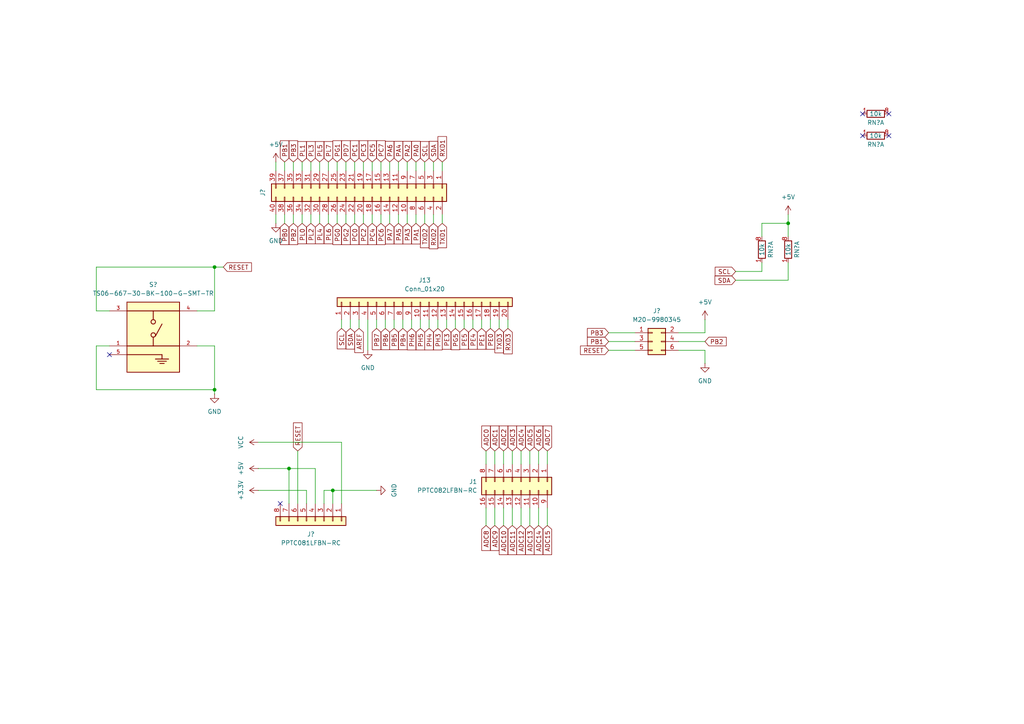
<source format=kicad_sch>
(kicad_sch
	(version 20231120)
	(generator "eeschema")
	(generator_version "8.0")
	(uuid "89c37202-68a9-4d97-99a7-3ff720121fde")
	(paper "A4")
	(title_block
		(title "Arduino Mega 2560 Headers")
		(date "2024-05-31")
		(rev "1")
		(company "Carlos Sabogal")
	)
	(lib_symbols
		(symbol "Arduino Mega 2560:TS06-667-30-BK-100-G-SMT-TR"
			(pin_names
				(offset 1.016)
			)
			(exclude_from_sim no)
			(in_bom yes)
			(on_board yes)
			(property "Reference" "S"
				(at 0 21.082 0)
				(effects
					(font
						(size 1.27 1.27)
					)
					(justify left bottom)
				)
			)
			(property "Value" "TS06-667-30-BK-100-G-SMT-TR"
				(at 0 -0.762 0)
				(effects
					(font
						(size 1.27 1.27)
					)
					(justify left top)
				)
			)
			(property "Footprint" "Arduino Mega 2560:SW_TS06-667-30-BK-100-G-SMT-TR"
				(at 8.382 -5.08 0)
				(effects
					(font
						(size 1.27 1.27)
					)
					(justify bottom)
					(hide yes)
				)
			)
			(property "Datasheet" ""
				(at 7.62 10.16 0)
				(effects
					(font
						(size 1.27 1.27)
					)
					(hide yes)
				)
			)
			(property "Description" ""
				(at 7.62 10.16 0)
				(effects
					(font
						(size 1.27 1.27)
					)
					(hide yes)
				)
			)
			(property "PARTREV" "1.0"
				(at 7.62 23.368 0)
				(effects
					(font
						(size 1.27 1.27)
					)
					(justify bottom)
					(hide yes)
				)
			)
			(property "MANUFACTURER" "Cui Devices"
				(at 8.382 25.4 0)
				(effects
					(font
						(size 1.27 1.27)
					)
					(justify bottom)
					(hide yes)
				)
			)
			(property "MAXIMUM_PACKAGE_HEIGHT" "2.6 mm"
				(at 8.128 27.432 0)
				(effects
					(font
						(size 1.27 1.27)
					)
					(justify bottom)
					(hide yes)
				)
			)
			(property "STANDARD" "Manufacturer Recommendations"
				(at 9.144 29.464 0)
				(effects
					(font
						(size 1.27 1.27)
					)
					(justify bottom)
					(hide yes)
				)
			)
			(symbol "TS06-667-30-BK-100-G-SMT-TR_0_0"
				(polyline
					(pts
						(xy 0 5.08) (xy 10.16 5.08)
					)
					(stroke
						(width 0.254)
						(type default)
					)
					(fill
						(type none)
					)
				)
				(polyline
					(pts
						(xy 7.62 7.62) (xy 0 7.62)
					)
					(stroke
						(width 0.254)
						(type default)
					)
					(fill
						(type none)
					)
				)
				(polyline
					(pts
						(xy 7.62 7.62) (xy 15.24 7.62)
					)
					(stroke
						(width 0.254)
						(type default)
					)
					(fill
						(type none)
					)
				)
				(polyline
					(pts
						(xy 7.62 10.16) (xy 7.62 7.62)
					)
					(stroke
						(width 0.254)
						(type default)
					)
					(fill
						(type none)
					)
				)
				(polyline
					(pts
						(xy 7.62 17.78) (xy 0 17.78)
					)
					(stroke
						(width 0.254)
						(type default)
					)
					(fill
						(type none)
					)
				)
				(polyline
					(pts
						(xy 7.62 17.78) (xy 7.62 15.24)
					)
					(stroke
						(width 0.254)
						(type default)
					)
					(fill
						(type none)
					)
				)
				(polyline
					(pts
						(xy 7.62 17.78) (xy 15.24 17.78)
					)
					(stroke
						(width 0.254)
						(type default)
					)
					(fill
						(type none)
					)
				)
				(polyline
					(pts
						(xy 8.255 3.81) (xy 10.16 3.81)
					)
					(stroke
						(width 0.254)
						(type default)
					)
					(fill
						(type none)
					)
				)
				(polyline
					(pts
						(xy 8.255 10.4775) (xy 10.16 13.97)
					)
					(stroke
						(width 0.254)
						(type default)
					)
					(fill
						(type none)
					)
				)
				(polyline
					(pts
						(xy 8.89 3.175) (xy 11.43 3.175)
					)
					(stroke
						(width 0.254)
						(type default)
					)
					(fill
						(type none)
					)
				)
				(polyline
					(pts
						(xy 9.525 2.54) (xy 10.795 2.54)
					)
					(stroke
						(width 0.254)
						(type default)
					)
					(fill
						(type none)
					)
				)
				(polyline
					(pts
						(xy 10.16 3.81) (xy 12.065 3.81)
					)
					(stroke
						(width 0.254)
						(type default)
					)
					(fill
						(type none)
					)
				)
				(polyline
					(pts
						(xy 10.16 5.08) (xy 10.16 3.81)
					)
					(stroke
						(width 0.254)
						(type default)
					)
					(fill
						(type none)
					)
				)
				(rectangle
					(start 0 20.32)
					(end 15.24 0)
					(stroke
						(width 0.254)
						(type default)
					)
					(fill
						(type background)
					)
				)
				(circle
					(center 7.62 10.795)
					(radius 0.635)
					(stroke
						(width 0.254)
						(type default)
					)
					(fill
						(type none)
					)
				)
				(circle
					(center 7.62 14.605)
					(radius 0.635)
					(stroke
						(width 0.254)
						(type default)
					)
					(fill
						(type none)
					)
				)
				(pin passive line
					(at -5.08 7.62 0)
					(length 5.08)
					(name "~"
						(effects
							(font
								(size 1.016 1.016)
							)
						)
					)
					(number "1"
						(effects
							(font
								(size 1.016 1.016)
							)
						)
					)
				)
				(pin passive line
					(at 20.32 7.62 180)
					(length 5.08)
					(name "~"
						(effects
							(font
								(size 1.016 1.016)
							)
						)
					)
					(number "2"
						(effects
							(font
								(size 1.016 1.016)
							)
						)
					)
				)
				(pin passive line
					(at -5.08 17.78 0)
					(length 5.08)
					(name "~"
						(effects
							(font
								(size 1.016 1.016)
							)
						)
					)
					(number "3"
						(effects
							(font
								(size 1.016 1.016)
							)
						)
					)
				)
				(pin passive line
					(at 20.32 17.78 180)
					(length 5.08)
					(name "~"
						(effects
							(font
								(size 1.016 1.016)
							)
						)
					)
					(number "4"
						(effects
							(font
								(size 1.016 1.016)
							)
						)
					)
				)
				(pin passive line
					(at -5.08 5.08 0)
					(length 5.08)
					(name "~"
						(effects
							(font
								(size 1.016 1.016)
							)
						)
					)
					(number "5"
						(effects
							(font
								(size 1.016 1.016)
							)
						)
					)
				)
			)
		)
		(symbol "Connector_Generic:Conn_01x08"
			(pin_names
				(offset 1.016) hide)
			(exclude_from_sim no)
			(in_bom yes)
			(on_board yes)
			(property "Reference" "J"
				(at 0 10.16 0)
				(effects
					(font
						(size 1.27 1.27)
					)
				)
			)
			(property "Value" "Conn_01x08"
				(at 0 -12.7 0)
				(effects
					(font
						(size 1.27 1.27)
					)
				)
			)
			(property "Footprint" ""
				(at 0 0 0)
				(effects
					(font
						(size 1.27 1.27)
					)
					(hide yes)
				)
			)
			(property "Datasheet" "~"
				(at 0 0 0)
				(effects
					(font
						(size 1.27 1.27)
					)
					(hide yes)
				)
			)
			(property "Description" "Generic connector, single row, 01x08, script generated (kicad-library-utils/schlib/autogen/connector/)"
				(at 0 0 0)
				(effects
					(font
						(size 1.27 1.27)
					)
					(hide yes)
				)
			)
			(property "ki_keywords" "connector"
				(at 0 0 0)
				(effects
					(font
						(size 1.27 1.27)
					)
					(hide yes)
				)
			)
			(property "ki_fp_filters" "Connector*:*_1x??_*"
				(at 0 0 0)
				(effects
					(font
						(size 1.27 1.27)
					)
					(hide yes)
				)
			)
			(symbol "Conn_01x08_1_1"
				(rectangle
					(start -1.27 -10.033)
					(end 0 -10.287)
					(stroke
						(width 0.1524)
						(type default)
					)
					(fill
						(type none)
					)
				)
				(rectangle
					(start -1.27 -7.493)
					(end 0 -7.747)
					(stroke
						(width 0.1524)
						(type default)
					)
					(fill
						(type none)
					)
				)
				(rectangle
					(start -1.27 -4.953)
					(end 0 -5.207)
					(stroke
						(width 0.1524)
						(type default)
					)
					(fill
						(type none)
					)
				)
				(rectangle
					(start -1.27 -2.413)
					(end 0 -2.667)
					(stroke
						(width 0.1524)
						(type default)
					)
					(fill
						(type none)
					)
				)
				(rectangle
					(start -1.27 0.127)
					(end 0 -0.127)
					(stroke
						(width 0.1524)
						(type default)
					)
					(fill
						(type none)
					)
				)
				(rectangle
					(start -1.27 2.667)
					(end 0 2.413)
					(stroke
						(width 0.1524)
						(type default)
					)
					(fill
						(type none)
					)
				)
				(rectangle
					(start -1.27 5.207)
					(end 0 4.953)
					(stroke
						(width 0.1524)
						(type default)
					)
					(fill
						(type none)
					)
				)
				(rectangle
					(start -1.27 7.747)
					(end 0 7.493)
					(stroke
						(width 0.1524)
						(type default)
					)
					(fill
						(type none)
					)
				)
				(rectangle
					(start -1.27 8.89)
					(end 1.27 -11.43)
					(stroke
						(width 0.254)
						(type default)
					)
					(fill
						(type background)
					)
				)
				(pin passive line
					(at -5.08 7.62 0)
					(length 3.81)
					(name "Pin_1"
						(effects
							(font
								(size 1.27 1.27)
							)
						)
					)
					(number "1"
						(effects
							(font
								(size 1.27 1.27)
							)
						)
					)
				)
				(pin passive line
					(at -5.08 5.08 0)
					(length 3.81)
					(name "Pin_2"
						(effects
							(font
								(size 1.27 1.27)
							)
						)
					)
					(number "2"
						(effects
							(font
								(size 1.27 1.27)
							)
						)
					)
				)
				(pin passive line
					(at -5.08 2.54 0)
					(length 3.81)
					(name "Pin_3"
						(effects
							(font
								(size 1.27 1.27)
							)
						)
					)
					(number "3"
						(effects
							(font
								(size 1.27 1.27)
							)
						)
					)
				)
				(pin passive line
					(at -5.08 0 0)
					(length 3.81)
					(name "Pin_4"
						(effects
							(font
								(size 1.27 1.27)
							)
						)
					)
					(number "4"
						(effects
							(font
								(size 1.27 1.27)
							)
						)
					)
				)
				(pin passive line
					(at -5.08 -2.54 0)
					(length 3.81)
					(name "Pin_5"
						(effects
							(font
								(size 1.27 1.27)
							)
						)
					)
					(number "5"
						(effects
							(font
								(size 1.27 1.27)
							)
						)
					)
				)
				(pin passive line
					(at -5.08 -5.08 0)
					(length 3.81)
					(name "Pin_6"
						(effects
							(font
								(size 1.27 1.27)
							)
						)
					)
					(number "6"
						(effects
							(font
								(size 1.27 1.27)
							)
						)
					)
				)
				(pin passive line
					(at -5.08 -7.62 0)
					(length 3.81)
					(name "Pin_7"
						(effects
							(font
								(size 1.27 1.27)
							)
						)
					)
					(number "7"
						(effects
							(font
								(size 1.27 1.27)
							)
						)
					)
				)
				(pin passive line
					(at -5.08 -10.16 0)
					(length 3.81)
					(name "Pin_8"
						(effects
							(font
								(size 1.27 1.27)
							)
						)
					)
					(number "8"
						(effects
							(font
								(size 1.27 1.27)
							)
						)
					)
				)
			)
		)
		(symbol "Connector_Generic:Conn_01x20"
			(pin_names
				(offset 1.016) hide)
			(exclude_from_sim no)
			(in_bom yes)
			(on_board yes)
			(property "Reference" "J"
				(at 0 25.4 0)
				(effects
					(font
						(size 1.27 1.27)
					)
				)
			)
			(property "Value" "Conn_01x20"
				(at 0 -27.94 0)
				(effects
					(font
						(size 1.27 1.27)
					)
				)
			)
			(property "Footprint" ""
				(at 0 0 0)
				(effects
					(font
						(size 1.27 1.27)
					)
					(hide yes)
				)
			)
			(property "Datasheet" "~"
				(at 0 0 0)
				(effects
					(font
						(size 1.27 1.27)
					)
					(hide yes)
				)
			)
			(property "Description" "Generic connector, single row, 01x20, script generated (kicad-library-utils/schlib/autogen/connector/)"
				(at 0 0 0)
				(effects
					(font
						(size 1.27 1.27)
					)
					(hide yes)
				)
			)
			(property "ki_keywords" "connector"
				(at 0 0 0)
				(effects
					(font
						(size 1.27 1.27)
					)
					(hide yes)
				)
			)
			(property "ki_fp_filters" "Connector*:*_1x??_*"
				(at 0 0 0)
				(effects
					(font
						(size 1.27 1.27)
					)
					(hide yes)
				)
			)
			(symbol "Conn_01x20_1_1"
				(rectangle
					(start -1.27 -25.273)
					(end 0 -25.527)
					(stroke
						(width 0.1524)
						(type default)
					)
					(fill
						(type none)
					)
				)
				(rectangle
					(start -1.27 -22.733)
					(end 0 -22.987)
					(stroke
						(width 0.1524)
						(type default)
					)
					(fill
						(type none)
					)
				)
				(rectangle
					(start -1.27 -20.193)
					(end 0 -20.447)
					(stroke
						(width 0.1524)
						(type default)
					)
					(fill
						(type none)
					)
				)
				(rectangle
					(start -1.27 -17.653)
					(end 0 -17.907)
					(stroke
						(width 0.1524)
						(type default)
					)
					(fill
						(type none)
					)
				)
				(rectangle
					(start -1.27 -15.113)
					(end 0 -15.367)
					(stroke
						(width 0.1524)
						(type default)
					)
					(fill
						(type none)
					)
				)
				(rectangle
					(start -1.27 -12.573)
					(end 0 -12.827)
					(stroke
						(width 0.1524)
						(type default)
					)
					(fill
						(type none)
					)
				)
				(rectangle
					(start -1.27 -10.033)
					(end 0 -10.287)
					(stroke
						(width 0.1524)
						(type default)
					)
					(fill
						(type none)
					)
				)
				(rectangle
					(start -1.27 -7.493)
					(end 0 -7.747)
					(stroke
						(width 0.1524)
						(type default)
					)
					(fill
						(type none)
					)
				)
				(rectangle
					(start -1.27 -4.953)
					(end 0 -5.207)
					(stroke
						(width 0.1524)
						(type default)
					)
					(fill
						(type none)
					)
				)
				(rectangle
					(start -1.27 -2.413)
					(end 0 -2.667)
					(stroke
						(width 0.1524)
						(type default)
					)
					(fill
						(type none)
					)
				)
				(rectangle
					(start -1.27 0.127)
					(end 0 -0.127)
					(stroke
						(width 0.1524)
						(type default)
					)
					(fill
						(type none)
					)
				)
				(rectangle
					(start -1.27 2.667)
					(end 0 2.413)
					(stroke
						(width 0.1524)
						(type default)
					)
					(fill
						(type none)
					)
				)
				(rectangle
					(start -1.27 5.207)
					(end 0 4.953)
					(stroke
						(width 0.1524)
						(type default)
					)
					(fill
						(type none)
					)
				)
				(rectangle
					(start -1.27 7.747)
					(end 0 7.493)
					(stroke
						(width 0.1524)
						(type default)
					)
					(fill
						(type none)
					)
				)
				(rectangle
					(start -1.27 10.287)
					(end 0 10.033)
					(stroke
						(width 0.1524)
						(type default)
					)
					(fill
						(type none)
					)
				)
				(rectangle
					(start -1.27 12.827)
					(end 0 12.573)
					(stroke
						(width 0.1524)
						(type default)
					)
					(fill
						(type none)
					)
				)
				(rectangle
					(start -1.27 15.367)
					(end 0 15.113)
					(stroke
						(width 0.1524)
						(type default)
					)
					(fill
						(type none)
					)
				)
				(rectangle
					(start -1.27 17.907)
					(end 0 17.653)
					(stroke
						(width 0.1524)
						(type default)
					)
					(fill
						(type none)
					)
				)
				(rectangle
					(start -1.27 20.447)
					(end 0 20.193)
					(stroke
						(width 0.1524)
						(type default)
					)
					(fill
						(type none)
					)
				)
				(rectangle
					(start -1.27 22.987)
					(end 0 22.733)
					(stroke
						(width 0.1524)
						(type default)
					)
					(fill
						(type none)
					)
				)
				(rectangle
					(start -1.27 24.13)
					(end 1.27 -26.67)
					(stroke
						(width 0.254)
						(type default)
					)
					(fill
						(type background)
					)
				)
				(pin passive line
					(at -5.08 22.86 0)
					(length 3.81)
					(name "Pin_1"
						(effects
							(font
								(size 1.27 1.27)
							)
						)
					)
					(number "1"
						(effects
							(font
								(size 1.27 1.27)
							)
						)
					)
				)
				(pin passive line
					(at -5.08 0 0)
					(length 3.81)
					(name "Pin_10"
						(effects
							(font
								(size 1.27 1.27)
							)
						)
					)
					(number "10"
						(effects
							(font
								(size 1.27 1.27)
							)
						)
					)
				)
				(pin passive line
					(at -5.08 -2.54 0)
					(length 3.81)
					(name "Pin_11"
						(effects
							(font
								(size 1.27 1.27)
							)
						)
					)
					(number "11"
						(effects
							(font
								(size 1.27 1.27)
							)
						)
					)
				)
				(pin passive line
					(at -5.08 -5.08 0)
					(length 3.81)
					(name "Pin_12"
						(effects
							(font
								(size 1.27 1.27)
							)
						)
					)
					(number "12"
						(effects
							(font
								(size 1.27 1.27)
							)
						)
					)
				)
				(pin passive line
					(at -5.08 -7.62 0)
					(length 3.81)
					(name "Pin_13"
						(effects
							(font
								(size 1.27 1.27)
							)
						)
					)
					(number "13"
						(effects
							(font
								(size 1.27 1.27)
							)
						)
					)
				)
				(pin passive line
					(at -5.08 -10.16 0)
					(length 3.81)
					(name "Pin_14"
						(effects
							(font
								(size 1.27 1.27)
							)
						)
					)
					(number "14"
						(effects
							(font
								(size 1.27 1.27)
							)
						)
					)
				)
				(pin passive line
					(at -5.08 -12.7 0)
					(length 3.81)
					(name "Pin_15"
						(effects
							(font
								(size 1.27 1.27)
							)
						)
					)
					(number "15"
						(effects
							(font
								(size 1.27 1.27)
							)
						)
					)
				)
				(pin passive line
					(at -5.08 -15.24 0)
					(length 3.81)
					(name "Pin_16"
						(effects
							(font
								(size 1.27 1.27)
							)
						)
					)
					(number "16"
						(effects
							(font
								(size 1.27 1.27)
							)
						)
					)
				)
				(pin passive line
					(at -5.08 -17.78 0)
					(length 3.81)
					(name "Pin_17"
						(effects
							(font
								(size 1.27 1.27)
							)
						)
					)
					(number "17"
						(effects
							(font
								(size 1.27 1.27)
							)
						)
					)
				)
				(pin passive line
					(at -5.08 -20.32 0)
					(length 3.81)
					(name "Pin_18"
						(effects
							(font
								(size 1.27 1.27)
							)
						)
					)
					(number "18"
						(effects
							(font
								(size 1.27 1.27)
							)
						)
					)
				)
				(pin passive line
					(at -5.08 -22.86 0)
					(length 3.81)
					(name "Pin_19"
						(effects
							(font
								(size 1.27 1.27)
							)
						)
					)
					(number "19"
						(effects
							(font
								(size 1.27 1.27)
							)
						)
					)
				)
				(pin passive line
					(at -5.08 20.32 0)
					(length 3.81)
					(name "Pin_2"
						(effects
							(font
								(size 1.27 1.27)
							)
						)
					)
					(number "2"
						(effects
							(font
								(size 1.27 1.27)
							)
						)
					)
				)
				(pin passive line
					(at -5.08 -25.4 0)
					(length 3.81)
					(name "Pin_20"
						(effects
							(font
								(size 1.27 1.27)
							)
						)
					)
					(number "20"
						(effects
							(font
								(size 1.27 1.27)
							)
						)
					)
				)
				(pin passive line
					(at -5.08 17.78 0)
					(length 3.81)
					(name "Pin_3"
						(effects
							(font
								(size 1.27 1.27)
							)
						)
					)
					(number "3"
						(effects
							(font
								(size 1.27 1.27)
							)
						)
					)
				)
				(pin passive line
					(at -5.08 15.24 0)
					(length 3.81)
					(name "Pin_4"
						(effects
							(font
								(size 1.27 1.27)
							)
						)
					)
					(number "4"
						(effects
							(font
								(size 1.27 1.27)
							)
						)
					)
				)
				(pin passive line
					(at -5.08 12.7 0)
					(length 3.81)
					(name "Pin_5"
						(effects
							(font
								(size 1.27 1.27)
							)
						)
					)
					(number "5"
						(effects
							(font
								(size 1.27 1.27)
							)
						)
					)
				)
				(pin passive line
					(at -5.08 10.16 0)
					(length 3.81)
					(name "Pin_6"
						(effects
							(font
								(size 1.27 1.27)
							)
						)
					)
					(number "6"
						(effects
							(font
								(size 1.27 1.27)
							)
						)
					)
				)
				(pin passive line
					(at -5.08 7.62 0)
					(length 3.81)
					(name "Pin_7"
						(effects
							(font
								(size 1.27 1.27)
							)
						)
					)
					(number "7"
						(effects
							(font
								(size 1.27 1.27)
							)
						)
					)
				)
				(pin passive line
					(at -5.08 5.08 0)
					(length 3.81)
					(name "Pin_8"
						(effects
							(font
								(size 1.27 1.27)
							)
						)
					)
					(number "8"
						(effects
							(font
								(size 1.27 1.27)
							)
						)
					)
				)
				(pin passive line
					(at -5.08 2.54 0)
					(length 3.81)
					(name "Pin_9"
						(effects
							(font
								(size 1.27 1.27)
							)
						)
					)
					(number "9"
						(effects
							(font
								(size 1.27 1.27)
							)
						)
					)
				)
			)
		)
		(symbol "Connector_Generic:Conn_02x03_Odd_Even"
			(pin_names
				(offset 1.016) hide)
			(exclude_from_sim no)
			(in_bom yes)
			(on_board yes)
			(property "Reference" "J"
				(at 1.27 5.08 0)
				(effects
					(font
						(size 1.27 1.27)
					)
				)
			)
			(property "Value" "Conn_02x03_Odd_Even"
				(at 1.27 -5.08 0)
				(effects
					(font
						(size 1.27 1.27)
					)
				)
			)
			(property "Footprint" ""
				(at 0 0 0)
				(effects
					(font
						(size 1.27 1.27)
					)
					(hide yes)
				)
			)
			(property "Datasheet" "~"
				(at 0 0 0)
				(effects
					(font
						(size 1.27 1.27)
					)
					(hide yes)
				)
			)
			(property "Description" "Generic connector, double row, 02x03, odd/even pin numbering scheme (row 1 odd numbers, row 2 even numbers), script generated (kicad-library-utils/schlib/autogen/connector/)"
				(at 0 0 0)
				(effects
					(font
						(size 1.27 1.27)
					)
					(hide yes)
				)
			)
			(property "ki_keywords" "connector"
				(at 0 0 0)
				(effects
					(font
						(size 1.27 1.27)
					)
					(hide yes)
				)
			)
			(property "ki_fp_filters" "Connector*:*_2x??_*"
				(at 0 0 0)
				(effects
					(font
						(size 1.27 1.27)
					)
					(hide yes)
				)
			)
			(symbol "Conn_02x03_Odd_Even_1_1"
				(rectangle
					(start -1.27 -2.413)
					(end 0 -2.667)
					(stroke
						(width 0.1524)
						(type default)
					)
					(fill
						(type none)
					)
				)
				(rectangle
					(start -1.27 0.127)
					(end 0 -0.127)
					(stroke
						(width 0.1524)
						(type default)
					)
					(fill
						(type none)
					)
				)
				(rectangle
					(start -1.27 2.667)
					(end 0 2.413)
					(stroke
						(width 0.1524)
						(type default)
					)
					(fill
						(type none)
					)
				)
				(rectangle
					(start -1.27 3.81)
					(end 3.81 -3.81)
					(stroke
						(width 0.254)
						(type default)
					)
					(fill
						(type background)
					)
				)
				(rectangle
					(start 3.81 -2.413)
					(end 2.54 -2.667)
					(stroke
						(width 0.1524)
						(type default)
					)
					(fill
						(type none)
					)
				)
				(rectangle
					(start 3.81 0.127)
					(end 2.54 -0.127)
					(stroke
						(width 0.1524)
						(type default)
					)
					(fill
						(type none)
					)
				)
				(rectangle
					(start 3.81 2.667)
					(end 2.54 2.413)
					(stroke
						(width 0.1524)
						(type default)
					)
					(fill
						(type none)
					)
				)
				(pin passive line
					(at -5.08 2.54 0)
					(length 3.81)
					(name "Pin_1"
						(effects
							(font
								(size 1.27 1.27)
							)
						)
					)
					(number "1"
						(effects
							(font
								(size 1.27 1.27)
							)
						)
					)
				)
				(pin passive line
					(at 7.62 2.54 180)
					(length 3.81)
					(name "Pin_2"
						(effects
							(font
								(size 1.27 1.27)
							)
						)
					)
					(number "2"
						(effects
							(font
								(size 1.27 1.27)
							)
						)
					)
				)
				(pin passive line
					(at -5.08 0 0)
					(length 3.81)
					(name "Pin_3"
						(effects
							(font
								(size 1.27 1.27)
							)
						)
					)
					(number "3"
						(effects
							(font
								(size 1.27 1.27)
							)
						)
					)
				)
				(pin passive line
					(at 7.62 0 180)
					(length 3.81)
					(name "Pin_4"
						(effects
							(font
								(size 1.27 1.27)
							)
						)
					)
					(number "4"
						(effects
							(font
								(size 1.27 1.27)
							)
						)
					)
				)
				(pin passive line
					(at -5.08 -2.54 0)
					(length 3.81)
					(name "Pin_5"
						(effects
							(font
								(size 1.27 1.27)
							)
						)
					)
					(number "5"
						(effects
							(font
								(size 1.27 1.27)
							)
						)
					)
				)
				(pin passive line
					(at 7.62 -2.54 180)
					(length 3.81)
					(name "Pin_6"
						(effects
							(font
								(size 1.27 1.27)
							)
						)
					)
					(number "6"
						(effects
							(font
								(size 1.27 1.27)
							)
						)
					)
				)
			)
		)
		(symbol "Connector_Generic:Conn_02x08_Top_Bottom"
			(pin_names
				(offset 1.016) hide)
			(exclude_from_sim no)
			(in_bom yes)
			(on_board yes)
			(property "Reference" "J"
				(at 1.27 10.16 0)
				(effects
					(font
						(size 1.27 1.27)
					)
				)
			)
			(property "Value" "Conn_02x08_Top_Bottom"
				(at 1.27 -12.7 0)
				(effects
					(font
						(size 1.27 1.27)
					)
				)
			)
			(property "Footprint" ""
				(at 0 0 0)
				(effects
					(font
						(size 1.27 1.27)
					)
					(hide yes)
				)
			)
			(property "Datasheet" "~"
				(at 0 0 0)
				(effects
					(font
						(size 1.27 1.27)
					)
					(hide yes)
				)
			)
			(property "Description" "Generic connector, double row, 02x08, top/bottom pin numbering scheme (row 1: 1...pins_per_row, row2: pins_per_row+1 ... num_pins), script generated (kicad-library-utils/schlib/autogen/connector/)"
				(at 0 0 0)
				(effects
					(font
						(size 1.27 1.27)
					)
					(hide yes)
				)
			)
			(property "ki_keywords" "connector"
				(at 0 0 0)
				(effects
					(font
						(size 1.27 1.27)
					)
					(hide yes)
				)
			)
			(property "ki_fp_filters" "Connector*:*_2x??_*"
				(at 0 0 0)
				(effects
					(font
						(size 1.27 1.27)
					)
					(hide yes)
				)
			)
			(symbol "Conn_02x08_Top_Bottom_1_1"
				(rectangle
					(start -1.27 -10.033)
					(end 0 -10.287)
					(stroke
						(width 0.1524)
						(type default)
					)
					(fill
						(type none)
					)
				)
				(rectangle
					(start -1.27 -7.493)
					(end 0 -7.747)
					(stroke
						(width 0.1524)
						(type default)
					)
					(fill
						(type none)
					)
				)
				(rectangle
					(start -1.27 -4.953)
					(end 0 -5.207)
					(stroke
						(width 0.1524)
						(type default)
					)
					(fill
						(type none)
					)
				)
				(rectangle
					(start -1.27 -2.413)
					(end 0 -2.667)
					(stroke
						(width 0.1524)
						(type default)
					)
					(fill
						(type none)
					)
				)
				(rectangle
					(start -1.27 0.127)
					(end 0 -0.127)
					(stroke
						(width 0.1524)
						(type default)
					)
					(fill
						(type none)
					)
				)
				(rectangle
					(start -1.27 2.667)
					(end 0 2.413)
					(stroke
						(width 0.1524)
						(type default)
					)
					(fill
						(type none)
					)
				)
				(rectangle
					(start -1.27 5.207)
					(end 0 4.953)
					(stroke
						(width 0.1524)
						(type default)
					)
					(fill
						(type none)
					)
				)
				(rectangle
					(start -1.27 7.747)
					(end 0 7.493)
					(stroke
						(width 0.1524)
						(type default)
					)
					(fill
						(type none)
					)
				)
				(rectangle
					(start -1.27 8.89)
					(end 3.81 -11.43)
					(stroke
						(width 0.254)
						(type default)
					)
					(fill
						(type background)
					)
				)
				(rectangle
					(start 3.81 -10.033)
					(end 2.54 -10.287)
					(stroke
						(width 0.1524)
						(type default)
					)
					(fill
						(type none)
					)
				)
				(rectangle
					(start 3.81 -7.493)
					(end 2.54 -7.747)
					(stroke
						(width 0.1524)
						(type default)
					)
					(fill
						(type none)
					)
				)
				(rectangle
					(start 3.81 -4.953)
					(end 2.54 -5.207)
					(stroke
						(width 0.1524)
						(type default)
					)
					(fill
						(type none)
					)
				)
				(rectangle
					(start 3.81 -2.413)
					(end 2.54 -2.667)
					(stroke
						(width 0.1524)
						(type default)
					)
					(fill
						(type none)
					)
				)
				(rectangle
					(start 3.81 0.127)
					(end 2.54 -0.127)
					(stroke
						(width 0.1524)
						(type default)
					)
					(fill
						(type none)
					)
				)
				(rectangle
					(start 3.81 2.667)
					(end 2.54 2.413)
					(stroke
						(width 0.1524)
						(type default)
					)
					(fill
						(type none)
					)
				)
				(rectangle
					(start 3.81 5.207)
					(end 2.54 4.953)
					(stroke
						(width 0.1524)
						(type default)
					)
					(fill
						(type none)
					)
				)
				(rectangle
					(start 3.81 7.747)
					(end 2.54 7.493)
					(stroke
						(width 0.1524)
						(type default)
					)
					(fill
						(type none)
					)
				)
				(pin passive line
					(at -5.08 7.62 0)
					(length 3.81)
					(name "Pin_1"
						(effects
							(font
								(size 1.27 1.27)
							)
						)
					)
					(number "1"
						(effects
							(font
								(size 1.27 1.27)
							)
						)
					)
				)
				(pin passive line
					(at 7.62 5.08 180)
					(length 3.81)
					(name "Pin_10"
						(effects
							(font
								(size 1.27 1.27)
							)
						)
					)
					(number "10"
						(effects
							(font
								(size 1.27 1.27)
							)
						)
					)
				)
				(pin passive line
					(at 7.62 2.54 180)
					(length 3.81)
					(name "Pin_11"
						(effects
							(font
								(size 1.27 1.27)
							)
						)
					)
					(number "11"
						(effects
							(font
								(size 1.27 1.27)
							)
						)
					)
				)
				(pin passive line
					(at 7.62 0 180)
					(length 3.81)
					(name "Pin_12"
						(effects
							(font
								(size 1.27 1.27)
							)
						)
					)
					(number "12"
						(effects
							(font
								(size 1.27 1.27)
							)
						)
					)
				)
				(pin passive line
					(at 7.62 -2.54 180)
					(length 3.81)
					(name "Pin_13"
						(effects
							(font
								(size 1.27 1.27)
							)
						)
					)
					(number "13"
						(effects
							(font
								(size 1.27 1.27)
							)
						)
					)
				)
				(pin passive line
					(at 7.62 -5.08 180)
					(length 3.81)
					(name "Pin_14"
						(effects
							(font
								(size 1.27 1.27)
							)
						)
					)
					(number "14"
						(effects
							(font
								(size 1.27 1.27)
							)
						)
					)
				)
				(pin passive line
					(at 7.62 -7.62 180)
					(length 3.81)
					(name "Pin_15"
						(effects
							(font
								(size 1.27 1.27)
							)
						)
					)
					(number "15"
						(effects
							(font
								(size 1.27 1.27)
							)
						)
					)
				)
				(pin passive line
					(at 7.62 -10.16 180)
					(length 3.81)
					(name "Pin_16"
						(effects
							(font
								(size 1.27 1.27)
							)
						)
					)
					(number "16"
						(effects
							(font
								(size 1.27 1.27)
							)
						)
					)
				)
				(pin passive line
					(at -5.08 5.08 0)
					(length 3.81)
					(name "Pin_2"
						(effects
							(font
								(size 1.27 1.27)
							)
						)
					)
					(number "2"
						(effects
							(font
								(size 1.27 1.27)
							)
						)
					)
				)
				(pin passive line
					(at -5.08 2.54 0)
					(length 3.81)
					(name "Pin_3"
						(effects
							(font
								(size 1.27 1.27)
							)
						)
					)
					(number "3"
						(effects
							(font
								(size 1.27 1.27)
							)
						)
					)
				)
				(pin passive line
					(at -5.08 0 0)
					(length 3.81)
					(name "Pin_4"
						(effects
							(font
								(size 1.27 1.27)
							)
						)
					)
					(number "4"
						(effects
							(font
								(size 1.27 1.27)
							)
						)
					)
				)
				(pin passive line
					(at -5.08 -2.54 0)
					(length 3.81)
					(name "Pin_5"
						(effects
							(font
								(size 1.27 1.27)
							)
						)
					)
					(number "5"
						(effects
							(font
								(size 1.27 1.27)
							)
						)
					)
				)
				(pin passive line
					(at -5.08 -5.08 0)
					(length 3.81)
					(name "Pin_6"
						(effects
							(font
								(size 1.27 1.27)
							)
						)
					)
					(number "6"
						(effects
							(font
								(size 1.27 1.27)
							)
						)
					)
				)
				(pin passive line
					(at -5.08 -7.62 0)
					(length 3.81)
					(name "Pin_7"
						(effects
							(font
								(size 1.27 1.27)
							)
						)
					)
					(number "7"
						(effects
							(font
								(size 1.27 1.27)
							)
						)
					)
				)
				(pin passive line
					(at -5.08 -10.16 0)
					(length 3.81)
					(name "Pin_8"
						(effects
							(font
								(size 1.27 1.27)
							)
						)
					)
					(number "8"
						(effects
							(font
								(size 1.27 1.27)
							)
						)
					)
				)
				(pin passive line
					(at 7.62 7.62 180)
					(length 3.81)
					(name "Pin_9"
						(effects
							(font
								(size 1.27 1.27)
							)
						)
					)
					(number "9"
						(effects
							(font
								(size 1.27 1.27)
							)
						)
					)
				)
			)
		)
		(symbol "Connector_Generic:Conn_02x20_Odd_Even"
			(pin_names
				(offset 1.016) hide)
			(exclude_from_sim no)
			(in_bom yes)
			(on_board yes)
			(property "Reference" "J"
				(at 1.27 25.4 0)
				(effects
					(font
						(size 1.27 1.27)
					)
				)
			)
			(property "Value" "Conn_02x20_Odd_Even"
				(at 1.27 -27.94 0)
				(effects
					(font
						(size 1.27 1.27)
					)
				)
			)
			(property "Footprint" ""
				(at 0 0 0)
				(effects
					(font
						(size 1.27 1.27)
					)
					(hide yes)
				)
			)
			(property "Datasheet" "~"
				(at 0 0 0)
				(effects
					(font
						(size 1.27 1.27)
					)
					(hide yes)
				)
			)
			(property "Description" "Generic connector, double row, 02x20, odd/even pin numbering scheme (row 1 odd numbers, row 2 even numbers), script generated (kicad-library-utils/schlib/autogen/connector/)"
				(at 0 0 0)
				(effects
					(font
						(size 1.27 1.27)
					)
					(hide yes)
				)
			)
			(property "ki_keywords" "connector"
				(at 0 0 0)
				(effects
					(font
						(size 1.27 1.27)
					)
					(hide yes)
				)
			)
			(property "ki_fp_filters" "Connector*:*_2x??_*"
				(at 0 0 0)
				(effects
					(font
						(size 1.27 1.27)
					)
					(hide yes)
				)
			)
			(symbol "Conn_02x20_Odd_Even_1_1"
				(rectangle
					(start -1.27 -25.273)
					(end 0 -25.527)
					(stroke
						(width 0.1524)
						(type default)
					)
					(fill
						(type none)
					)
				)
				(rectangle
					(start -1.27 -22.733)
					(end 0 -22.987)
					(stroke
						(width 0.1524)
						(type default)
					)
					(fill
						(type none)
					)
				)
				(rectangle
					(start -1.27 -20.193)
					(end 0 -20.447)
					(stroke
						(width 0.1524)
						(type default)
					)
					(fill
						(type none)
					)
				)
				(rectangle
					(start -1.27 -17.653)
					(end 0 -17.907)
					(stroke
						(width 0.1524)
						(type default)
					)
					(fill
						(type none)
					)
				)
				(rectangle
					(start -1.27 -15.113)
					(end 0 -15.367)
					(stroke
						(width 0.1524)
						(type default)
					)
					(fill
						(type none)
					)
				)
				(rectangle
					(start -1.27 -12.573)
					(end 0 -12.827)
					(stroke
						(width 0.1524)
						(type default)
					)
					(fill
						(type none)
					)
				)
				(rectangle
					(start -1.27 -10.033)
					(end 0 -10.287)
					(stroke
						(width 0.1524)
						(type default)
					)
					(fill
						(type none)
					)
				)
				(rectangle
					(start -1.27 -7.493)
					(end 0 -7.747)
					(stroke
						(width 0.1524)
						(type default)
					)
					(fill
						(type none)
					)
				)
				(rectangle
					(start -1.27 -4.953)
					(end 0 -5.207)
					(stroke
						(width 0.1524)
						(type default)
					)
					(fill
						(type none)
					)
				)
				(rectangle
					(start -1.27 -2.413)
					(end 0 -2.667)
					(stroke
						(width 0.1524)
						(type default)
					)
					(fill
						(type none)
					)
				)
				(rectangle
					(start -1.27 0.127)
					(end 0 -0.127)
					(stroke
						(width 0.1524)
						(type default)
					)
					(fill
						(type none)
					)
				)
				(rectangle
					(start -1.27 2.667)
					(end 0 2.413)
					(stroke
						(width 0.1524)
						(type default)
					)
					(fill
						(type none)
					)
				)
				(rectangle
					(start -1.27 5.207)
					(end 0 4.953)
					(stroke
						(width 0.1524)
						(type default)
					)
					(fill
						(type none)
					)
				)
				(rectangle
					(start -1.27 7.747)
					(end 0 7.493)
					(stroke
						(width 0.1524)
						(type default)
					)
					(fill
						(type none)
					)
				)
				(rectangle
					(start -1.27 10.287)
					(end 0 10.033)
					(stroke
						(width 0.1524)
						(type default)
					)
					(fill
						(type none)
					)
				)
				(rectangle
					(start -1.27 12.827)
					(end 0 12.573)
					(stroke
						(width 0.1524)
						(type default)
					)
					(fill
						(type none)
					)
				)
				(rectangle
					(start -1.27 15.367)
					(end 0 15.113)
					(stroke
						(width 0.1524)
						(type default)
					)
					(fill
						(type none)
					)
				)
				(rectangle
					(start -1.27 17.907)
					(end 0 17.653)
					(stroke
						(width 0.1524)
						(type default)
					)
					(fill
						(type none)
					)
				)
				(rectangle
					(start -1.27 20.447)
					(end 0 20.193)
					(stroke
						(width 0.1524)
						(type default)
					)
					(fill
						(type none)
					)
				)
				(rectangle
					(start -1.27 22.987)
					(end 0 22.733)
					(stroke
						(width 0.1524)
						(type default)
					)
					(fill
						(type none)
					)
				)
				(rectangle
					(start -1.27 24.13)
					(end 3.81 -26.67)
					(stroke
						(width 0.254)
						(type default)
					)
					(fill
						(type background)
					)
				)
				(rectangle
					(start 3.81 -25.273)
					(end 2.54 -25.527)
					(stroke
						(width 0.1524)
						(type default)
					)
					(fill
						(type none)
					)
				)
				(rectangle
					(start 3.81 -22.733)
					(end 2.54 -22.987)
					(stroke
						(width 0.1524)
						(type default)
					)
					(fill
						(type none)
					)
				)
				(rectangle
					(start 3.81 -20.193)
					(end 2.54 -20.447)
					(stroke
						(width 0.1524)
						(type default)
					)
					(fill
						(type none)
					)
				)
				(rectangle
					(start 3.81 -17.653)
					(end 2.54 -17.907)
					(stroke
						(width 0.1524)
						(type default)
					)
					(fill
						(type none)
					)
				)
				(rectangle
					(start 3.81 -15.113)
					(end 2.54 -15.367)
					(stroke
						(width 0.1524)
						(type default)
					)
					(fill
						(type none)
					)
				)
				(rectangle
					(start 3.81 -12.573)
					(end 2.54 -12.827)
					(stroke
						(width 0.1524)
						(type default)
					)
					(fill
						(type none)
					)
				)
				(rectangle
					(start 3.81 -10.033)
					(end 2.54 -10.287)
					(stroke
						(width 0.1524)
						(type default)
					)
					(fill
						(type none)
					)
				)
				(rectangle
					(start 3.81 -7.493)
					(end 2.54 -7.747)
					(stroke
						(width 0.1524)
						(type default)
					)
					(fill
						(type none)
					)
				)
				(rectangle
					(start 3.81 -4.953)
					(end 2.54 -5.207)
					(stroke
						(width 0.1524)
						(type default)
					)
					(fill
						(type none)
					)
				)
				(rectangle
					(start 3.81 -2.413)
					(end 2.54 -2.667)
					(stroke
						(width 0.1524)
						(type default)
					)
					(fill
						(type none)
					)
				)
				(rectangle
					(start 3.81 0.127)
					(end 2.54 -0.127)
					(stroke
						(width 0.1524)
						(type default)
					)
					(fill
						(type none)
					)
				)
				(rectangle
					(start 3.81 2.667)
					(end 2.54 2.413)
					(stroke
						(width 0.1524)
						(type default)
					)
					(fill
						(type none)
					)
				)
				(rectangle
					(start 3.81 5.207)
					(end 2.54 4.953)
					(stroke
						(width 0.1524)
						(type default)
					)
					(fill
						(type none)
					)
				)
				(rectangle
					(start 3.81 7.747)
					(end 2.54 7.493)
					(stroke
						(width 0.1524)
						(type default)
					)
					(fill
						(type none)
					)
				)
				(rectangle
					(start 3.81 10.287)
					(end 2.54 10.033)
					(stroke
						(width 0.1524)
						(type default)
					)
					(fill
						(type none)
					)
				)
				(rectangle
					(start 3.81 12.827)
					(end 2.54 12.573)
					(stroke
						(width 0.1524)
						(type default)
					)
					(fill
						(type none)
					)
				)
				(rectangle
					(start 3.81 15.367)
					(end 2.54 15.113)
					(stroke
						(width 0.1524)
						(type default)
					)
					(fill
						(type none)
					)
				)
				(rectangle
					(start 3.81 17.907)
					(end 2.54 17.653)
					(stroke
						(width 0.1524)
						(type default)
					)
					(fill
						(type none)
					)
				)
				(rectangle
					(start 3.81 20.447)
					(end 2.54 20.193)
					(stroke
						(width 0.1524)
						(type default)
					)
					(fill
						(type none)
					)
				)
				(rectangle
					(start 3.81 22.987)
					(end 2.54 22.733)
					(stroke
						(width 0.1524)
						(type default)
					)
					(fill
						(type none)
					)
				)
				(pin passive line
					(at -5.08 22.86 0)
					(length 3.81)
					(name "Pin_1"
						(effects
							(font
								(size 1.27 1.27)
							)
						)
					)
					(number "1"
						(effects
							(font
								(size 1.27 1.27)
							)
						)
					)
				)
				(pin passive line
					(at 7.62 12.7 180)
					(length 3.81)
					(name "Pin_10"
						(effects
							(font
								(size 1.27 1.27)
							)
						)
					)
					(number "10"
						(effects
							(font
								(size 1.27 1.27)
							)
						)
					)
				)
				(pin passive line
					(at -5.08 10.16 0)
					(length 3.81)
					(name "Pin_11"
						(effects
							(font
								(size 1.27 1.27)
							)
						)
					)
					(number "11"
						(effects
							(font
								(size 1.27 1.27)
							)
						)
					)
				)
				(pin passive line
					(at 7.62 10.16 180)
					(length 3.81)
					(name "Pin_12"
						(effects
							(font
								(size 1.27 1.27)
							)
						)
					)
					(number "12"
						(effects
							(font
								(size 1.27 1.27)
							)
						)
					)
				)
				(pin passive line
					(at -5.08 7.62 0)
					(length 3.81)
					(name "Pin_13"
						(effects
							(font
								(size 1.27 1.27)
							)
						)
					)
					(number "13"
						(effects
							(font
								(size 1.27 1.27)
							)
						)
					)
				)
				(pin passive line
					(at 7.62 7.62 180)
					(length 3.81)
					(name "Pin_14"
						(effects
							(font
								(size 1.27 1.27)
							)
						)
					)
					(number "14"
						(effects
							(font
								(size 1.27 1.27)
							)
						)
					)
				)
				(pin passive line
					(at -5.08 5.08 0)
					(length 3.81)
					(name "Pin_15"
						(effects
							(font
								(size 1.27 1.27)
							)
						)
					)
					(number "15"
						(effects
							(font
								(size 1.27 1.27)
							)
						)
					)
				)
				(pin passive line
					(at 7.62 5.08 180)
					(length 3.81)
					(name "Pin_16"
						(effects
							(font
								(size 1.27 1.27)
							)
						)
					)
					(number "16"
						(effects
							(font
								(size 1.27 1.27)
							)
						)
					)
				)
				(pin passive line
					(at -5.08 2.54 0)
					(length 3.81)
					(name "Pin_17"
						(effects
							(font
								(size 1.27 1.27)
							)
						)
					)
					(number "17"
						(effects
							(font
								(size 1.27 1.27)
							)
						)
					)
				)
				(pin passive line
					(at 7.62 2.54 180)
					(length 3.81)
					(name "Pin_18"
						(effects
							(font
								(size 1.27 1.27)
							)
						)
					)
					(number "18"
						(effects
							(font
								(size 1.27 1.27)
							)
						)
					)
				)
				(pin passive line
					(at -5.08 0 0)
					(length 3.81)
					(name "Pin_19"
						(effects
							(font
								(size 1.27 1.27)
							)
						)
					)
					(number "19"
						(effects
							(font
								(size 1.27 1.27)
							)
						)
					)
				)
				(pin passive line
					(at 7.62 22.86 180)
					(length 3.81)
					(name "Pin_2"
						(effects
							(font
								(size 1.27 1.27)
							)
						)
					)
					(number "2"
						(effects
							(font
								(size 1.27 1.27)
							)
						)
					)
				)
				(pin passive line
					(at 7.62 0 180)
					(length 3.81)
					(name "Pin_20"
						(effects
							(font
								(size 1.27 1.27)
							)
						)
					)
					(number "20"
						(effects
							(font
								(size 1.27 1.27)
							)
						)
					)
				)
				(pin passive line
					(at -5.08 -2.54 0)
					(length 3.81)
					(name "Pin_21"
						(effects
							(font
								(size 1.27 1.27)
							)
						)
					)
					(number "21"
						(effects
							(font
								(size 1.27 1.27)
							)
						)
					)
				)
				(pin passive line
					(at 7.62 -2.54 180)
					(length 3.81)
					(name "Pin_22"
						(effects
							(font
								(size 1.27 1.27)
							)
						)
					)
					(number "22"
						(effects
							(font
								(size 1.27 1.27)
							)
						)
					)
				)
				(pin passive line
					(at -5.08 -5.08 0)
					(length 3.81)
					(name "Pin_23"
						(effects
							(font
								(size 1.27 1.27)
							)
						)
					)
					(number "23"
						(effects
							(font
								(size 1.27 1.27)
							)
						)
					)
				)
				(pin passive line
					(at 7.62 -5.08 180)
					(length 3.81)
					(name "Pin_24"
						(effects
							(font
								(size 1.27 1.27)
							)
						)
					)
					(number "24"
						(effects
							(font
								(size 1.27 1.27)
							)
						)
					)
				)
				(pin passive line
					(at -5.08 -7.62 0)
					(length 3.81)
					(name "Pin_25"
						(effects
							(font
								(size 1.27 1.27)
							)
						)
					)
					(number "25"
						(effects
							(font
								(size 1.27 1.27)
							)
						)
					)
				)
				(pin passive line
					(at 7.62 -7.62 180)
					(length 3.81)
					(name "Pin_26"
						(effects
							(font
								(size 1.27 1.27)
							)
						)
					)
					(number "26"
						(effects
							(font
								(size 1.27 1.27)
							)
						)
					)
				)
				(pin passive line
					(at -5.08 -10.16 0)
					(length 3.81)
					(name "Pin_27"
						(effects
							(font
								(size 1.27 1.27)
							)
						)
					)
					(number "27"
						(effects
							(font
								(size 1.27 1.27)
							)
						)
					)
				)
				(pin passive line
					(at 7.62 -10.16 180)
					(length 3.81)
					(name "Pin_28"
						(effects
							(font
								(size 1.27 1.27)
							)
						)
					)
					(number "28"
						(effects
							(font
								(size 1.27 1.27)
							)
						)
					)
				)
				(pin passive line
					(at -5.08 -12.7 0)
					(length 3.81)
					(name "Pin_29"
						(effects
							(font
								(size 1.27 1.27)
							)
						)
					)
					(number "29"
						(effects
							(font
								(size 1.27 1.27)
							)
						)
					)
				)
				(pin passive line
					(at -5.08 20.32 0)
					(length 3.81)
					(name "Pin_3"
						(effects
							(font
								(size 1.27 1.27)
							)
						)
					)
					(number "3"
						(effects
							(font
								(size 1.27 1.27)
							)
						)
					)
				)
				(pin passive line
					(at 7.62 -12.7 180)
					(length 3.81)
					(name "Pin_30"
						(effects
							(font
								(size 1.27 1.27)
							)
						)
					)
					(number "30"
						(effects
							(font
								(size 1.27 1.27)
							)
						)
					)
				)
				(pin passive line
					(at -5.08 -15.24 0)
					(length 3.81)
					(name "Pin_31"
						(effects
							(font
								(size 1.27 1.27)
							)
						)
					)
					(number "31"
						(effects
							(font
								(size 1.27 1.27)
							)
						)
					)
				)
				(pin passive line
					(at 7.62 -15.24 180)
					(length 3.81)
					(name "Pin_32"
						(effects
							(font
								(size 1.27 1.27)
							)
						)
					)
					(number "32"
						(effects
							(font
								(size 1.27 1.27)
							)
						)
					)
				)
				(pin passive line
					(at -5.08 -17.78 0)
					(length 3.81)
					(name "Pin_33"
						(effects
							(font
								(size 1.27 1.27)
							)
						)
					)
					(number "33"
						(effects
							(font
								(size 1.27 1.27)
							)
						)
					)
				)
				(pin passive line
					(at 7.62 -17.78 180)
					(length 3.81)
					(name "Pin_34"
						(effects
							(font
								(size 1.27 1.27)
							)
						)
					)
					(number "34"
						(effects
							(font
								(size 1.27 1.27)
							)
						)
					)
				)
				(pin passive line
					(at -5.08 -20.32 0)
					(length 3.81)
					(name "Pin_35"
						(effects
							(font
								(size 1.27 1.27)
							)
						)
					)
					(number "35"
						(effects
							(font
								(size 1.27 1.27)
							)
						)
					)
				)
				(pin passive line
					(at 7.62 -20.32 180)
					(length 3.81)
					(name "Pin_36"
						(effects
							(font
								(size 1.27 1.27)
							)
						)
					)
					(number "36"
						(effects
							(font
								(size 1.27 1.27)
							)
						)
					)
				)
				(pin passive line
					(at -5.08 -22.86 0)
					(length 3.81)
					(name "Pin_37"
						(effects
							(font
								(size 1.27 1.27)
							)
						)
					)
					(number "37"
						(effects
							(font
								(size 1.27 1.27)
							)
						)
					)
				)
				(pin passive line
					(at 7.62 -22.86 180)
					(length 3.81)
					(name "Pin_38"
						(effects
							(font
								(size 1.27 1.27)
							)
						)
					)
					(number "38"
						(effects
							(font
								(size 1.27 1.27)
							)
						)
					)
				)
				(pin passive line
					(at -5.08 -25.4 0)
					(length 3.81)
					(name "Pin_39"
						(effects
							(font
								(size 1.27 1.27)
							)
						)
					)
					(number "39"
						(effects
							(font
								(size 1.27 1.27)
							)
						)
					)
				)
				(pin passive line
					(at 7.62 20.32 180)
					(length 3.81)
					(name "Pin_4"
						(effects
							(font
								(size 1.27 1.27)
							)
						)
					)
					(number "4"
						(effects
							(font
								(size 1.27 1.27)
							)
						)
					)
				)
				(pin passive line
					(at 7.62 -25.4 180)
					(length 3.81)
					(name "Pin_40"
						(effects
							(font
								(size 1.27 1.27)
							)
						)
					)
					(number "40"
						(effects
							(font
								(size 1.27 1.27)
							)
						)
					)
				)
				(pin passive line
					(at -5.08 17.78 0)
					(length 3.81)
					(name "Pin_5"
						(effects
							(font
								(size 1.27 1.27)
							)
						)
					)
					(number "5"
						(effects
							(font
								(size 1.27 1.27)
							)
						)
					)
				)
				(pin passive line
					(at 7.62 17.78 180)
					(length 3.81)
					(name "Pin_6"
						(effects
							(font
								(size 1.27 1.27)
							)
						)
					)
					(number "6"
						(effects
							(font
								(size 1.27 1.27)
							)
						)
					)
				)
				(pin passive line
					(at -5.08 15.24 0)
					(length 3.81)
					(name "Pin_7"
						(effects
							(font
								(size 1.27 1.27)
							)
						)
					)
					(number "7"
						(effects
							(font
								(size 1.27 1.27)
							)
						)
					)
				)
				(pin passive line
					(at 7.62 15.24 180)
					(length 3.81)
					(name "Pin_8"
						(effects
							(font
								(size 1.27 1.27)
							)
						)
					)
					(number "8"
						(effects
							(font
								(size 1.27 1.27)
							)
						)
					)
				)
				(pin passive line
					(at -5.08 12.7 0)
					(length 3.81)
					(name "Pin_9"
						(effects
							(font
								(size 1.27 1.27)
							)
						)
					)
					(number "9"
						(effects
							(font
								(size 1.27 1.27)
							)
						)
					)
				)
			)
		)
		(symbol "Device:R_Pack04_Split"
			(pin_names
				(offset 0) hide)
			(exclude_from_sim no)
			(in_bom yes)
			(on_board yes)
			(property "Reference" "RN"
				(at 2.032 0 90)
				(effects
					(font
						(size 1.27 1.27)
					)
				)
			)
			(property "Value" "R_Pack04_Split"
				(at 0 0 90)
				(effects
					(font
						(size 1.27 1.27)
					)
				)
			)
			(property "Footprint" ""
				(at -2.032 0 90)
				(effects
					(font
						(size 1.27 1.27)
					)
					(hide yes)
				)
			)
			(property "Datasheet" "~"
				(at 0 0 0)
				(effects
					(font
						(size 1.27 1.27)
					)
					(hide yes)
				)
			)
			(property "Description" "4 resistor network, parallel topology, split"
				(at 0 0 0)
				(effects
					(font
						(size 1.27 1.27)
					)
					(hide yes)
				)
			)
			(property "ki_keywords" "R network parallel topology isolated"
				(at 0 0 0)
				(effects
					(font
						(size 1.27 1.27)
					)
					(hide yes)
				)
			)
			(property "ki_fp_filters" "DIP* SOIC* R*Array*Concave* R*Array*Convex*"
				(at 0 0 0)
				(effects
					(font
						(size 1.27 1.27)
					)
					(hide yes)
				)
			)
			(symbol "R_Pack04_Split_0_1"
				(rectangle
					(start 1.016 2.54)
					(end -1.016 -2.54)
					(stroke
						(width 0.254)
						(type default)
					)
					(fill
						(type none)
					)
				)
			)
			(symbol "R_Pack04_Split_1_1"
				(pin passive line
					(at 0 -3.81 90)
					(length 1.27)
					(name "R1.1"
						(effects
							(font
								(size 1.27 1.27)
							)
						)
					)
					(number "1"
						(effects
							(font
								(size 1.27 1.27)
							)
						)
					)
				)
				(pin passive line
					(at 0 3.81 270)
					(length 1.27)
					(name "R1.2"
						(effects
							(font
								(size 1.27 1.27)
							)
						)
					)
					(number "8"
						(effects
							(font
								(size 1.27 1.27)
							)
						)
					)
				)
			)
			(symbol "R_Pack04_Split_2_1"
				(pin passive line
					(at 0 -3.81 90)
					(length 1.27)
					(name "R2.1"
						(effects
							(font
								(size 1.27 1.27)
							)
						)
					)
					(number "2"
						(effects
							(font
								(size 1.27 1.27)
							)
						)
					)
				)
				(pin passive line
					(at 0 3.81 270)
					(length 1.27)
					(name "R2.2"
						(effects
							(font
								(size 1.27 1.27)
							)
						)
					)
					(number "7"
						(effects
							(font
								(size 1.27 1.27)
							)
						)
					)
				)
			)
			(symbol "R_Pack04_Split_3_1"
				(pin passive line
					(at 0 -3.81 90)
					(length 1.27)
					(name "R3.1"
						(effects
							(font
								(size 1.27 1.27)
							)
						)
					)
					(number "3"
						(effects
							(font
								(size 1.27 1.27)
							)
						)
					)
				)
				(pin passive line
					(at 0 3.81 270)
					(length 1.27)
					(name "R3.2"
						(effects
							(font
								(size 1.27 1.27)
							)
						)
					)
					(number "6"
						(effects
							(font
								(size 1.27 1.27)
							)
						)
					)
				)
			)
			(symbol "R_Pack04_Split_4_1"
				(pin passive line
					(at 0 -3.81 90)
					(length 1.27)
					(name "R4.1"
						(effects
							(font
								(size 1.27 1.27)
							)
						)
					)
					(number "4"
						(effects
							(font
								(size 1.27 1.27)
							)
						)
					)
				)
				(pin passive line
					(at 0 3.81 270)
					(length 1.27)
					(name "R4.2"
						(effects
							(font
								(size 1.27 1.27)
							)
						)
					)
					(number "5"
						(effects
							(font
								(size 1.27 1.27)
							)
						)
					)
				)
			)
		)
		(symbol "power:+3.3V"
			(power)
			(pin_numbers hide)
			(pin_names
				(offset 0) hide)
			(exclude_from_sim no)
			(in_bom yes)
			(on_board yes)
			(property "Reference" "#PWR"
				(at 0 -3.81 0)
				(effects
					(font
						(size 1.27 1.27)
					)
					(hide yes)
				)
			)
			(property "Value" "+3.3V"
				(at 0 3.556 0)
				(effects
					(font
						(size 1.27 1.27)
					)
				)
			)
			(property "Footprint" ""
				(at 0 0 0)
				(effects
					(font
						(size 1.27 1.27)
					)
					(hide yes)
				)
			)
			(property "Datasheet" ""
				(at 0 0 0)
				(effects
					(font
						(size 1.27 1.27)
					)
					(hide yes)
				)
			)
			(property "Description" "Power symbol creates a global label with name \"+3.3V\""
				(at 0 0 0)
				(effects
					(font
						(size 1.27 1.27)
					)
					(hide yes)
				)
			)
			(property "ki_keywords" "global power"
				(at 0 0 0)
				(effects
					(font
						(size 1.27 1.27)
					)
					(hide yes)
				)
			)
			(symbol "+3.3V_0_1"
				(polyline
					(pts
						(xy -0.762 1.27) (xy 0 2.54)
					)
					(stroke
						(width 0)
						(type default)
					)
					(fill
						(type none)
					)
				)
				(polyline
					(pts
						(xy 0 0) (xy 0 2.54)
					)
					(stroke
						(width 0)
						(type default)
					)
					(fill
						(type none)
					)
				)
				(polyline
					(pts
						(xy 0 2.54) (xy 0.762 1.27)
					)
					(stroke
						(width 0)
						(type default)
					)
					(fill
						(type none)
					)
				)
			)
			(symbol "+3.3V_1_1"
				(pin power_in line
					(at 0 0 90)
					(length 0)
					(name "~"
						(effects
							(font
								(size 1.27 1.27)
							)
						)
					)
					(number "1"
						(effects
							(font
								(size 1.27 1.27)
							)
						)
					)
				)
			)
		)
		(symbol "power:+5V"
			(power)
			(pin_numbers hide)
			(pin_names
				(offset 0) hide)
			(exclude_from_sim no)
			(in_bom yes)
			(on_board yes)
			(property "Reference" "#PWR"
				(at 0 -3.81 0)
				(effects
					(font
						(size 1.27 1.27)
					)
					(hide yes)
				)
			)
			(property "Value" "+5V"
				(at 0 3.556 0)
				(effects
					(font
						(size 1.27 1.27)
					)
				)
			)
			(property "Footprint" ""
				(at 0 0 0)
				(effects
					(font
						(size 1.27 1.27)
					)
					(hide yes)
				)
			)
			(property "Datasheet" ""
				(at 0 0 0)
				(effects
					(font
						(size 1.27 1.27)
					)
					(hide yes)
				)
			)
			(property "Description" "Power symbol creates a global label with name \"+5V\""
				(at 0 0 0)
				(effects
					(font
						(size 1.27 1.27)
					)
					(hide yes)
				)
			)
			(property "ki_keywords" "global power"
				(at 0 0 0)
				(effects
					(font
						(size 1.27 1.27)
					)
					(hide yes)
				)
			)
			(symbol "+5V_0_1"
				(polyline
					(pts
						(xy -0.762 1.27) (xy 0 2.54)
					)
					(stroke
						(width 0)
						(type default)
					)
					(fill
						(type none)
					)
				)
				(polyline
					(pts
						(xy 0 0) (xy 0 2.54)
					)
					(stroke
						(width 0)
						(type default)
					)
					(fill
						(type none)
					)
				)
				(polyline
					(pts
						(xy 0 2.54) (xy 0.762 1.27)
					)
					(stroke
						(width 0)
						(type default)
					)
					(fill
						(type none)
					)
				)
			)
			(symbol "+5V_1_1"
				(pin power_in line
					(at 0 0 90)
					(length 0)
					(name "~"
						(effects
							(font
								(size 1.27 1.27)
							)
						)
					)
					(number "1"
						(effects
							(font
								(size 1.27 1.27)
							)
						)
					)
				)
			)
		)
		(symbol "power:GND"
			(power)
			(pin_numbers hide)
			(pin_names
				(offset 0) hide)
			(exclude_from_sim no)
			(in_bom yes)
			(on_board yes)
			(property "Reference" "#PWR"
				(at 0 -6.35 0)
				(effects
					(font
						(size 1.27 1.27)
					)
					(hide yes)
				)
			)
			(property "Value" "GND"
				(at 0 -3.81 0)
				(effects
					(font
						(size 1.27 1.27)
					)
				)
			)
			(property "Footprint" ""
				(at 0 0 0)
				(effects
					(font
						(size 1.27 1.27)
					)
					(hide yes)
				)
			)
			(property "Datasheet" ""
				(at 0 0 0)
				(effects
					(font
						(size 1.27 1.27)
					)
					(hide yes)
				)
			)
			(property "Description" "Power symbol creates a global label with name \"GND\" , ground"
				(at 0 0 0)
				(effects
					(font
						(size 1.27 1.27)
					)
					(hide yes)
				)
			)
			(property "ki_keywords" "global power"
				(at 0 0 0)
				(effects
					(font
						(size 1.27 1.27)
					)
					(hide yes)
				)
			)
			(symbol "GND_0_1"
				(polyline
					(pts
						(xy 0 0) (xy 0 -1.27) (xy 1.27 -1.27) (xy 0 -2.54) (xy -1.27 -1.27) (xy 0 -1.27)
					)
					(stroke
						(width 0)
						(type default)
					)
					(fill
						(type none)
					)
				)
			)
			(symbol "GND_1_1"
				(pin power_in line
					(at 0 0 270)
					(length 0)
					(name "~"
						(effects
							(font
								(size 1.27 1.27)
							)
						)
					)
					(number "1"
						(effects
							(font
								(size 1.27 1.27)
							)
						)
					)
				)
			)
		)
		(symbol "power:VCC"
			(power)
			(pin_numbers hide)
			(pin_names
				(offset 0) hide)
			(exclude_from_sim no)
			(in_bom yes)
			(on_board yes)
			(property "Reference" "#PWR"
				(at 0 -3.81 0)
				(effects
					(font
						(size 1.27 1.27)
					)
					(hide yes)
				)
			)
			(property "Value" "VCC"
				(at 0 3.556 0)
				(effects
					(font
						(size 1.27 1.27)
					)
				)
			)
			(property "Footprint" ""
				(at 0 0 0)
				(effects
					(font
						(size 1.27 1.27)
					)
					(hide yes)
				)
			)
			(property "Datasheet" ""
				(at 0 0 0)
				(effects
					(font
						(size 1.27 1.27)
					)
					(hide yes)
				)
			)
			(property "Description" "Power symbol creates a global label with name \"VCC\""
				(at 0 0 0)
				(effects
					(font
						(size 1.27 1.27)
					)
					(hide yes)
				)
			)
			(property "ki_keywords" "global power"
				(at 0 0 0)
				(effects
					(font
						(size 1.27 1.27)
					)
					(hide yes)
				)
			)
			(symbol "VCC_0_1"
				(polyline
					(pts
						(xy -0.762 1.27) (xy 0 2.54)
					)
					(stroke
						(width 0)
						(type default)
					)
					(fill
						(type none)
					)
				)
				(polyline
					(pts
						(xy 0 0) (xy 0 2.54)
					)
					(stroke
						(width 0)
						(type default)
					)
					(fill
						(type none)
					)
				)
				(polyline
					(pts
						(xy 0 2.54) (xy 0.762 1.27)
					)
					(stroke
						(width 0)
						(type default)
					)
					(fill
						(type none)
					)
				)
			)
			(symbol "VCC_1_1"
				(pin power_in line
					(at 0 0 90)
					(length 0)
					(name "~"
						(effects
							(font
								(size 1.27 1.27)
							)
						)
					)
					(number "1"
						(effects
							(font
								(size 1.27 1.27)
							)
						)
					)
				)
			)
		)
	)
	(junction
		(at 228.6 64.77)
		(diameter 0)
		(color 0 0 0 0)
		(uuid "01656269-41d6-404b-aedb-03e426939f6d")
	)
	(junction
		(at 83.82 135.89)
		(diameter 0)
		(color 0 0 0 0)
		(uuid "64ded355-1858-4432-b062-8cddce7d3482")
	)
	(junction
		(at 96.52 142.24)
		(diameter 0)
		(color 0 0 0 0)
		(uuid "86919cbc-67a7-43d2-a591-7cf8053a9d52")
	)
	(junction
		(at 62.23 113.03)
		(diameter 0)
		(color 0 0 0 0)
		(uuid "8eedad25-8254-4b68-86a7-0aad299d16cc")
	)
	(junction
		(at 62.23 77.47)
		(diameter 0)
		(color 0 0 0 0)
		(uuid "cdd8153a-699e-4eb9-9c1c-76373fd1bf49")
	)
	(no_connect
		(at 257.81 39.37)
		(uuid "0e79e7ce-5d60-4e4c-b4be-1e6d23b3d773")
	)
	(no_connect
		(at 250.19 33.02)
		(uuid "2c0d0403-135c-4121-82cc-9559b117b554")
	)
	(no_connect
		(at 250.19 39.37)
		(uuid "7eb7a6a5-4deb-4dd8-b3de-3b98682e40ce")
	)
	(no_connect
		(at 31.75 102.87)
		(uuid "9f521ca2-3387-4346-8feb-75fc223b4085")
	)
	(no_connect
		(at 257.81 33.02)
		(uuid "a7c2b11f-7b49-4ae8-be2f-80c33001f00c")
	)
	(no_connect
		(at 81.28 146.05)
		(uuid "e22d63cb-97a8-4eab-bb0b-70791669ea58")
	)
	(wire
		(pts
			(xy 27.94 113.03) (xy 27.94 100.33)
		)
		(stroke
			(width 0)
			(type default)
		)
		(uuid "0172d39c-d12b-4462-ab18-b876b9a0446a")
	)
	(wire
		(pts
			(xy 57.15 100.33) (xy 62.23 100.33)
		)
		(stroke
			(width 0)
			(type default)
		)
		(uuid "021c4a17-b14f-4a91-9100-0b384204c71b")
	)
	(wire
		(pts
			(xy 62.23 90.17) (xy 57.15 90.17)
		)
		(stroke
			(width 0)
			(type default)
		)
		(uuid "0521b92f-ee44-494f-98f2-b69dda370c8f")
	)
	(wire
		(pts
			(xy 27.94 77.47) (xy 62.23 77.47)
		)
		(stroke
			(width 0)
			(type default)
		)
		(uuid "054ca75a-05dd-4097-b80c-ea41be69101f")
	)
	(wire
		(pts
			(xy 102.87 46.99) (xy 102.87 49.53)
		)
		(stroke
			(width 0)
			(type default)
		)
		(uuid "078c2395-7485-4f99-8ca1-335fce461ea8")
	)
	(wire
		(pts
			(xy 147.32 95.25) (xy 147.32 92.71)
		)
		(stroke
			(width 0)
			(type default)
		)
		(uuid "146edd18-9a43-4186-89be-e443c1a77153")
	)
	(wire
		(pts
			(xy 110.49 46.99) (xy 110.49 49.53)
		)
		(stroke
			(width 0)
			(type default)
		)
		(uuid "14de6479-e08d-4fa2-8464-47b62b169031")
	)
	(wire
		(pts
			(xy 104.14 95.25) (xy 104.14 92.71)
		)
		(stroke
			(width 0)
			(type default)
		)
		(uuid "1533a114-1472-4f3b-b0c4-110afded50c5")
	)
	(wire
		(pts
			(xy 74.93 135.89) (xy 83.82 135.89)
		)
		(stroke
			(width 0)
			(type default)
		)
		(uuid "172941a3-14aa-4a2f-aee0-0700ec43385b")
	)
	(wire
		(pts
			(xy 99.06 128.27) (xy 99.06 146.05)
		)
		(stroke
			(width 0)
			(type default)
		)
		(uuid "1840095b-96a5-4b3e-b2e6-4aaa04cd89f8")
	)
	(wire
		(pts
			(xy 109.22 95.25) (xy 109.22 92.71)
		)
		(stroke
			(width 0)
			(type default)
		)
		(uuid "1b5db9a7-69c3-45de-861e-f29faebaa5b5")
	)
	(wire
		(pts
			(xy 27.94 90.17) (xy 31.75 90.17)
		)
		(stroke
			(width 0)
			(type default)
		)
		(uuid "1cabb0e7-6aae-410e-9b69-5621470bbaea")
	)
	(wire
		(pts
			(xy 125.73 46.99) (xy 125.73 49.53)
		)
		(stroke
			(width 0)
			(type default)
		)
		(uuid "1de99eca-21ee-4722-98c0-6c0fbe19d545")
	)
	(wire
		(pts
			(xy 62.23 113.03) (xy 27.94 113.03)
		)
		(stroke
			(width 0)
			(type default)
		)
		(uuid "1f759661-2178-4aa4-876d-c758c62975c8")
	)
	(wire
		(pts
			(xy 105.41 46.99) (xy 105.41 49.53)
		)
		(stroke
			(width 0)
			(type default)
		)
		(uuid "20912075-87c9-494c-b5d0-cb16e29aec24")
	)
	(wire
		(pts
			(xy 107.95 46.99) (xy 107.95 49.53)
		)
		(stroke
			(width 0)
			(type default)
		)
		(uuid "22967c5a-3518-4289-bf8c-31ba168be3d9")
	)
	(wire
		(pts
			(xy 80.01 46.99) (xy 80.01 49.53)
		)
		(stroke
			(width 0)
			(type default)
		)
		(uuid "2448ea43-1562-4df9-b33d-e7e7bf483cd7")
	)
	(wire
		(pts
			(xy 91.44 146.05) (xy 91.44 135.89)
		)
		(stroke
			(width 0)
			(type default)
		)
		(uuid "25e63fb2-f8c2-451b-ae3e-10c1d671f019")
	)
	(wire
		(pts
			(xy 80.01 64.77) (xy 80.01 62.23)
		)
		(stroke
			(width 0)
			(type default)
		)
		(uuid "298fb69c-ac9b-4b94-a521-ad83a66ddafb")
	)
	(wire
		(pts
			(xy 176.53 99.06) (xy 184.15 99.06)
		)
		(stroke
			(width 0)
			(type default)
		)
		(uuid "2aae0df1-ffa7-4921-b5d4-04eeb1dc4d30")
	)
	(wire
		(pts
			(xy 83.82 135.89) (xy 83.82 146.05)
		)
		(stroke
			(width 0)
			(type default)
		)
		(uuid "2c76c52b-7c9c-4f5b-a04e-17f8200288d2")
	)
	(wire
		(pts
			(xy 128.27 64.77) (xy 128.27 62.23)
		)
		(stroke
			(width 0)
			(type default)
		)
		(uuid "2f693e45-999e-45f1-b4d9-0349bd1f6055")
	)
	(wire
		(pts
			(xy 204.47 105.41) (xy 204.47 101.6)
		)
		(stroke
			(width 0)
			(type default)
		)
		(uuid "31e562f2-100a-4126-a1ff-465deb34026a")
	)
	(wire
		(pts
			(xy 95.25 64.77) (xy 95.25 62.23)
		)
		(stroke
			(width 0)
			(type default)
		)
		(uuid "325d0f1c-a3be-4e8b-b230-19349279de5a")
	)
	(wire
		(pts
			(xy 140.97 130.81) (xy 140.97 134.62)
		)
		(stroke
			(width 0)
			(type default)
		)
		(uuid "34f318a0-f951-4906-bb6b-ad0fedccd478")
	)
	(wire
		(pts
			(xy 151.13 152.4) (xy 151.13 147.32)
		)
		(stroke
			(width 0)
			(type default)
		)
		(uuid "35b446d7-e030-4aa3-822a-e6045a68101f")
	)
	(wire
		(pts
			(xy 148.59 130.81) (xy 148.59 134.62)
		)
		(stroke
			(width 0)
			(type default)
		)
		(uuid "3967e466-a8ff-423f-99a9-307802c95845")
	)
	(wire
		(pts
			(xy 114.3 95.25) (xy 114.3 92.71)
		)
		(stroke
			(width 0)
			(type default)
		)
		(uuid "3bb52ae6-0eb5-486c-bfae-14f6469c6374")
	)
	(wire
		(pts
			(xy 118.11 46.99) (xy 118.11 49.53)
		)
		(stroke
			(width 0)
			(type default)
		)
		(uuid "3fef01e6-d7c0-483f-94b8-f2879d3c60d5")
	)
	(wire
		(pts
			(xy 97.79 64.77) (xy 97.79 62.23)
		)
		(stroke
			(width 0)
			(type default)
		)
		(uuid "40eecdca-f571-4054-8da1-49b4c767a559")
	)
	(wire
		(pts
			(xy 111.76 95.25) (xy 111.76 92.71)
		)
		(stroke
			(width 0)
			(type default)
		)
		(uuid "44412d8a-d650-44c3-b32e-8273a9e4f223")
	)
	(wire
		(pts
			(xy 123.19 64.77) (xy 123.19 62.23)
		)
		(stroke
			(width 0)
			(type default)
		)
		(uuid "458327a9-70ee-49f3-a078-a8a1368c04db")
	)
	(wire
		(pts
			(xy 62.23 114.3) (xy 62.23 113.03)
		)
		(stroke
			(width 0)
			(type default)
		)
		(uuid "45eefaf5-d71c-480e-9c6b-555269a19500")
	)
	(wire
		(pts
			(xy 220.98 68.58) (xy 220.98 64.77)
		)
		(stroke
			(width 0)
			(type default)
		)
		(uuid "49ea7a0b-bdb8-4204-a6fd-ce0081ee5228")
	)
	(wire
		(pts
			(xy 228.6 64.77) (xy 228.6 68.58)
		)
		(stroke
			(width 0)
			(type default)
		)
		(uuid "4e18772e-6a46-49db-b803-956da784ae10")
	)
	(wire
		(pts
			(xy 143.51 152.4) (xy 143.51 147.32)
		)
		(stroke
			(width 0)
			(type default)
		)
		(uuid "4e78661a-fb2d-4830-922f-c0375f1f32dc")
	)
	(wire
		(pts
			(xy 148.59 152.4) (xy 148.59 147.32)
		)
		(stroke
			(width 0)
			(type default)
		)
		(uuid "4eb49b05-8f5a-4ae1-bf77-1d557912619e")
	)
	(wire
		(pts
			(xy 88.9 142.24) (xy 88.9 146.05)
		)
		(stroke
			(width 0)
			(type default)
		)
		(uuid "536de7fd-7089-4782-a5ac-9a76f6ca1289")
	)
	(wire
		(pts
			(xy 105.41 64.77) (xy 105.41 62.23)
		)
		(stroke
			(width 0)
			(type default)
		)
		(uuid "57a211e6-db98-4d66-8e5d-5f3ff0658b65")
	)
	(wire
		(pts
			(xy 74.93 142.24) (xy 88.9 142.24)
		)
		(stroke
			(width 0)
			(type default)
		)
		(uuid "58a55685-9091-4aaa-beba-8437965c56ab")
	)
	(wire
		(pts
			(xy 113.03 46.99) (xy 113.03 49.53)
		)
		(stroke
			(width 0)
			(type default)
		)
		(uuid "5bf49db0-e585-46ce-a6e7-c22e93dc5037")
	)
	(wire
		(pts
			(xy 158.75 130.81) (xy 158.75 134.62)
		)
		(stroke
			(width 0)
			(type default)
		)
		(uuid "626b426b-8bf0-44aa-8dca-a9ed476c4261")
	)
	(wire
		(pts
			(xy 119.38 95.25) (xy 119.38 92.71)
		)
		(stroke
			(width 0)
			(type default)
		)
		(uuid "633bff57-26f4-462a-8d6a-22bf6995b9e1")
	)
	(wire
		(pts
			(xy 228.6 62.23) (xy 228.6 64.77)
		)
		(stroke
			(width 0)
			(type default)
		)
		(uuid "64745a7d-d223-41ab-b9bb-4478e2df44fb")
	)
	(wire
		(pts
			(xy 140.97 152.4) (xy 140.97 147.32)
		)
		(stroke
			(width 0)
			(type default)
		)
		(uuid "688fa430-2f4b-415c-8493-9e8bae898dbe")
	)
	(wire
		(pts
			(xy 110.49 64.77) (xy 110.49 62.23)
		)
		(stroke
			(width 0)
			(type default)
		)
		(uuid "68c57b02-215d-4b37-800b-cccfb838224e")
	)
	(wire
		(pts
			(xy 87.63 46.99) (xy 87.63 49.53)
		)
		(stroke
			(width 0)
			(type default)
		)
		(uuid "6ab2724d-7ce4-49d1-8bd3-3bdf61682c06")
	)
	(wire
		(pts
			(xy 27.94 100.33) (xy 31.75 100.33)
		)
		(stroke
			(width 0)
			(type default)
		)
		(uuid "6b742834-471c-4f4d-bf4f-199bdf66f1a0")
	)
	(wire
		(pts
			(xy 62.23 77.47) (xy 62.23 90.17)
		)
		(stroke
			(width 0)
			(type default)
		)
		(uuid "6c675a23-f67c-4d70-88dc-e6ee4823ab48")
	)
	(wire
		(pts
			(xy 86.36 130.81) (xy 86.36 146.05)
		)
		(stroke
			(width 0)
			(type default)
		)
		(uuid "6d9f44a4-35b3-4d92-a309-0ac3208c5e92")
	)
	(wire
		(pts
			(xy 129.54 95.25) (xy 129.54 92.71)
		)
		(stroke
			(width 0)
			(type default)
		)
		(uuid "6e53a18c-59ce-48f5-a836-1f8044ccc67c")
	)
	(wire
		(pts
			(xy 176.53 96.52) (xy 184.15 96.52)
		)
		(stroke
			(width 0)
			(type default)
		)
		(uuid "6f1690f4-b59d-4445-8fa6-a1abdfa25f46")
	)
	(wire
		(pts
			(xy 115.57 64.77) (xy 115.57 62.23)
		)
		(stroke
			(width 0)
			(type default)
		)
		(uuid "6f98526c-44dd-4479-8e54-6d76d61058b7")
	)
	(wire
		(pts
			(xy 100.33 64.77) (xy 100.33 62.23)
		)
		(stroke
			(width 0)
			(type default)
		)
		(uuid "721abaee-06ab-4f55-94fe-c993ea4af69e")
	)
	(wire
		(pts
			(xy 96.52 142.24) (xy 96.52 146.05)
		)
		(stroke
			(width 0)
			(type default)
		)
		(uuid "7366355b-f031-4335-b5cb-bbe5cdf83d61")
	)
	(wire
		(pts
			(xy 153.67 152.4) (xy 153.67 147.32)
		)
		(stroke
			(width 0)
			(type default)
		)
		(uuid "7922fb29-4f06-47b0-8d9e-ee1e25e53913")
	)
	(wire
		(pts
			(xy 144.78 95.25) (xy 144.78 92.71)
		)
		(stroke
			(width 0)
			(type default)
		)
		(uuid "7a900df4-e1de-497f-9cb0-abf809875ca6")
	)
	(wire
		(pts
			(xy 146.05 152.4) (xy 146.05 147.32)
		)
		(stroke
			(width 0)
			(type default)
		)
		(uuid "7dbc64f8-0ae1-4177-86ca-1185aacb15a4")
	)
	(wire
		(pts
			(xy 102.87 64.77) (xy 102.87 62.23)
		)
		(stroke
			(width 0)
			(type default)
		)
		(uuid "7eb2adb7-67d5-4185-bd95-b7f75e43e5d5")
	)
	(wire
		(pts
			(xy 213.36 81.28) (xy 228.6 81.28)
		)
		(stroke
			(width 0)
			(type default)
		)
		(uuid "82afafc3-dddc-4e10-8d4a-676724470d03")
	)
	(wire
		(pts
			(xy 82.55 64.77) (xy 82.55 62.23)
		)
		(stroke
			(width 0)
			(type default)
		)
		(uuid "83e32204-a4dc-4e37-b57e-b515d8a18371")
	)
	(wire
		(pts
			(xy 139.7 95.25) (xy 139.7 92.71)
		)
		(stroke
			(width 0)
			(type default)
		)
		(uuid "858a633c-b68b-4e23-8f96-e4d9df8a75f9")
	)
	(wire
		(pts
			(xy 158.75 152.4) (xy 158.75 147.32)
		)
		(stroke
			(width 0)
			(type default)
		)
		(uuid "8fbd8f94-2163-4891-b926-202d579c5da3")
	)
	(wire
		(pts
			(xy 204.47 96.52) (xy 204.47 92.71)
		)
		(stroke
			(width 0)
			(type default)
		)
		(uuid "97181acc-db0a-4282-9a81-ac351debc2d6")
	)
	(wire
		(pts
			(xy 106.68 92.71) (xy 106.68 101.6)
		)
		(stroke
			(width 0)
			(type default)
		)
		(uuid "9ab4f653-eae2-4b7e-abb4-ec7d74da9adc")
	)
	(wire
		(pts
			(xy 121.92 95.25) (xy 121.92 92.71)
		)
		(stroke
			(width 0)
			(type default)
		)
		(uuid "9c412797-435a-4b40-8a12-54a802adefe2")
	)
	(wire
		(pts
			(xy 87.63 64.77) (xy 87.63 62.23)
		)
		(stroke
			(width 0)
			(type default)
		)
		(uuid "9da44af8-7516-4c19-a41e-bdcded80de14")
	)
	(wire
		(pts
			(xy 156.21 130.81) (xy 156.21 134.62)
		)
		(stroke
			(width 0)
			(type default)
		)
		(uuid "a052b1be-ec91-4537-853e-c4cb9d2fc773")
	)
	(wire
		(pts
			(xy 220.98 76.2) (xy 220.98 78.74)
		)
		(stroke
			(width 0)
			(type default)
		)
		(uuid "a0d419e5-e564-41c2-bfe2-9559a2770f6c")
	)
	(wire
		(pts
			(xy 137.16 95.25) (xy 137.16 92.71)
		)
		(stroke
			(width 0)
			(type default)
		)
		(uuid "a1422b28-add8-4985-b60c-3665d87d9604")
	)
	(wire
		(pts
			(xy 124.46 95.25) (xy 124.46 92.71)
		)
		(stroke
			(width 0)
			(type default)
		)
		(uuid "a22edcc7-9b3e-478f-9e1b-16bef09b46d7")
	)
	(wire
		(pts
			(xy 204.47 101.6) (xy 196.85 101.6)
		)
		(stroke
			(width 0)
			(type default)
		)
		(uuid "a60d11d0-806f-4268-a92b-c48104ae0f8a")
	)
	(wire
		(pts
			(xy 128.27 46.99) (xy 128.27 49.53)
		)
		(stroke
			(width 0)
			(type default)
		)
		(uuid "a65c1c95-06c8-4876-9363-738f76796a0e")
	)
	(wire
		(pts
			(xy 118.11 64.77) (xy 118.11 62.23)
		)
		(stroke
			(width 0)
			(type default)
		)
		(uuid "a862692b-2e59-442c-a91d-fa2c3745c5fd")
	)
	(wire
		(pts
			(xy 99.06 95.25) (xy 99.06 92.71)
		)
		(stroke
			(width 0)
			(type default)
		)
		(uuid "a9ca3693-5eba-41cc-b74d-c4ba42138770")
	)
	(wire
		(pts
			(xy 90.17 46.99) (xy 90.17 49.53)
		)
		(stroke
			(width 0)
			(type default)
		)
		(uuid "af51ab83-0a7c-4eef-ae7f-8c033bf18e87")
	)
	(wire
		(pts
			(xy 91.44 135.89) (xy 83.82 135.89)
		)
		(stroke
			(width 0)
			(type default)
		)
		(uuid "b1ec9c07-555a-4687-8271-5e3c0b9aa388")
	)
	(wire
		(pts
			(xy 107.95 64.77) (xy 107.95 62.23)
		)
		(stroke
			(width 0)
			(type default)
		)
		(uuid "b598b55e-002b-4500-a8a8-2b35702dddff")
	)
	(wire
		(pts
			(xy 143.51 130.81) (xy 143.51 134.62)
		)
		(stroke
			(width 0)
			(type default)
		)
		(uuid "b73b0dcb-0f9c-495c-9ddb-b74a6aae31f6")
	)
	(wire
		(pts
			(xy 228.6 76.2) (xy 228.6 81.28)
		)
		(stroke
			(width 0)
			(type default)
		)
		(uuid "bb94e23a-129c-4089-b2fe-cd1164908384")
	)
	(wire
		(pts
			(xy 96.52 142.24) (xy 93.98 142.24)
		)
		(stroke
			(width 0)
			(type default)
		)
		(uuid "bf5e9c81-b8b9-4196-a0f5-dbf6d6960c79")
	)
	(wire
		(pts
			(xy 101.6 95.25) (xy 101.6 92.71)
		)
		(stroke
			(width 0)
			(type default)
		)
		(uuid "c0eb96c5-7c8f-4371-b20e-65c30917a5f3")
	)
	(wire
		(pts
			(xy 123.19 46.99) (xy 123.19 49.53)
		)
		(stroke
			(width 0)
			(type default)
		)
		(uuid "c2b6fa46-6507-4bfd-8586-82e4f8f4f2a0")
	)
	(wire
		(pts
			(xy 82.55 46.99) (xy 82.55 49.53)
		)
		(stroke
			(width 0)
			(type default)
		)
		(uuid "c3d7ae27-d9be-4aea-b6b2-03bc83bc36af")
	)
	(wire
		(pts
			(xy 92.71 46.99) (xy 92.71 49.53)
		)
		(stroke
			(width 0)
			(type default)
		)
		(uuid "c6d221b6-4fb3-4eaf-916b-674e62e6cc17")
	)
	(wire
		(pts
			(xy 120.65 46.99) (xy 120.65 49.53)
		)
		(stroke
			(width 0)
			(type default)
		)
		(uuid "cba6c2ff-b2f5-4622-80eb-a022cdee9eba")
	)
	(wire
		(pts
			(xy 100.33 46.99) (xy 100.33 49.53)
		)
		(stroke
			(width 0)
			(type default)
		)
		(uuid "cc7d8a4e-9888-47d9-a507-9c5ec3a3eb2d")
	)
	(wire
		(pts
			(xy 95.25 46.99) (xy 95.25 49.53)
		)
		(stroke
			(width 0)
			(type default)
		)
		(uuid "cca05dea-a385-4457-b870-7ab0fd82e18b")
	)
	(wire
		(pts
			(xy 142.24 95.25) (xy 142.24 92.71)
		)
		(stroke
			(width 0)
			(type default)
		)
		(uuid "d087e2bf-995d-4fe3-8077-a1265a7769ec")
	)
	(wire
		(pts
			(xy 204.47 99.06) (xy 196.85 99.06)
		)
		(stroke
			(width 0)
			(type default)
		)
		(uuid "d31ca899-62e4-42b0-811c-3062a8f200ee")
	)
	(wire
		(pts
			(xy 93.98 142.24) (xy 93.98 146.05)
		)
		(stroke
			(width 0)
			(type default)
		)
		(uuid "d3df06f0-b0a8-4f12-8654-a974f10578f3")
	)
	(wire
		(pts
			(xy 62.23 100.33) (xy 62.23 113.03)
		)
		(stroke
			(width 0)
			(type default)
		)
		(uuid "d54162e3-1f57-45f0-bbfa-e2dc0dd85521")
	)
	(wire
		(pts
			(xy 62.23 77.47) (xy 64.77 77.47)
		)
		(stroke
			(width 0)
			(type default)
		)
		(uuid "d5bca58b-db52-4e28-b24b-2d76a4133636")
	)
	(wire
		(pts
			(xy 27.94 77.47) (xy 27.94 90.17)
		)
		(stroke
			(width 0)
			(type default)
		)
		(uuid "d6057764-db21-4ced-82ff-8b7678ad362b")
	)
	(wire
		(pts
			(xy 113.03 64.77) (xy 113.03 62.23)
		)
		(stroke
			(width 0)
			(type default)
		)
		(uuid "d60f6de8-fcd7-4bb3-a3b2-981d15b8cee2")
	)
	(wire
		(pts
			(xy 220.98 78.74) (xy 213.36 78.74)
		)
		(stroke
			(width 0)
			(type default)
		)
		(uuid "d6dcb663-7c05-4467-b2d7-54dbe10f107d")
	)
	(wire
		(pts
			(xy 116.84 95.25) (xy 116.84 92.71)
		)
		(stroke
			(width 0)
			(type default)
		)
		(uuid "d7c6a7bb-a274-476a-ba0a-dd0f73fca307")
	)
	(wire
		(pts
			(xy 120.65 64.77) (xy 120.65 62.23)
		)
		(stroke
			(width 0)
			(type default)
		)
		(uuid "d93002d5-31b9-4fc8-ab18-d3cdf117fcf9")
	)
	(wire
		(pts
			(xy 115.57 46.99) (xy 115.57 49.53)
		)
		(stroke
			(width 0)
			(type default)
		)
		(uuid "db7e8f07-daa8-4a8e-a9aa-23c7954b366e")
	)
	(wire
		(pts
			(xy 153.67 130.81) (xy 153.67 134.62)
		)
		(stroke
			(width 0)
			(type default)
		)
		(uuid "dd6d2c7f-5d37-4ccc-a08d-699e597c6447")
	)
	(wire
		(pts
			(xy 220.98 64.77) (xy 228.6 64.77)
		)
		(stroke
			(width 0)
			(type default)
		)
		(uuid "de4d9c70-1e96-4463-a387-d393ec25ae15")
	)
	(wire
		(pts
			(xy 204.47 96.52) (xy 196.85 96.52)
		)
		(stroke
			(width 0)
			(type default)
		)
		(uuid "e2ca6b60-195f-4e62-bf78-e7549472c4de")
	)
	(wire
		(pts
			(xy 125.73 64.77) (xy 125.73 62.23)
		)
		(stroke
			(width 0)
			(type default)
		)
		(uuid "e371e143-9923-4e1a-831c-198960f4a8a3")
	)
	(wire
		(pts
			(xy 97.79 46.99) (xy 97.79 49.53)
		)
		(stroke
			(width 0)
			(type default)
		)
		(uuid "e37b3968-3d08-49e4-89da-7cde677e005f")
	)
	(wire
		(pts
			(xy 127 95.25) (xy 127 92.71)
		)
		(stroke
			(width 0)
			(type default)
		)
		(uuid "e4488cf2-c223-4175-99dd-0c9e480b5db9")
	)
	(wire
		(pts
			(xy 92.71 64.77) (xy 92.71 62.23)
		)
		(stroke
			(width 0)
			(type default)
		)
		(uuid "e7d8ec29-3539-4b78-90a1-e3261c7e09ec")
	)
	(wire
		(pts
			(xy 156.21 152.4) (xy 156.21 147.32)
		)
		(stroke
			(width 0)
			(type default)
		)
		(uuid "e888df8a-50af-487f-8787-a491e5ec12c7")
	)
	(wire
		(pts
			(xy 151.13 130.81) (xy 151.13 134.62)
		)
		(stroke
			(width 0)
			(type default)
		)
		(uuid "e9341f71-acb8-4362-87aa-35bcaaa30d3e")
	)
	(wire
		(pts
			(xy 74.93 128.27) (xy 99.06 128.27)
		)
		(stroke
			(width 0)
			(type default)
		)
		(uuid "ea027f86-bc5e-48d8-b85a-47308360931d")
	)
	(wire
		(pts
			(xy 176.53 101.6) (xy 184.15 101.6)
		)
		(stroke
			(width 0)
			(type default)
		)
		(uuid "eb26b60d-6d16-45bc-8617-53d9d3e6aae5")
	)
	(wire
		(pts
			(xy 90.17 64.77) (xy 90.17 62.23)
		)
		(stroke
			(width 0)
			(type default)
		)
		(uuid "ecf9daeb-a24e-4cd5-a454-1eb804f789e6")
	)
	(wire
		(pts
			(xy 109.22 142.24) (xy 96.52 142.24)
		)
		(stroke
			(width 0)
			(type default)
		)
		(uuid "ed434270-db96-4449-bab5-04e374062d0c")
	)
	(wire
		(pts
			(xy 132.08 95.25) (xy 132.08 92.71)
		)
		(stroke
			(width 0)
			(type default)
		)
		(uuid "f610fd30-db67-4b7c-b568-918ee5e19010")
	)
	(wire
		(pts
			(xy 85.09 64.77) (xy 85.09 62.23)
		)
		(stroke
			(width 0)
			(type default)
		)
		(uuid "f61a0eae-bfc8-41c2-9eec-6abfaeb3a0d5")
	)
	(wire
		(pts
			(xy 85.09 46.99) (xy 85.09 49.53)
		)
		(stroke
			(width 0)
			(type default)
		)
		(uuid "fef96f71-8f41-4f5d-a440-c5ef94e1b414")
	)
	(wire
		(pts
			(xy 146.05 130.81) (xy 146.05 134.62)
		)
		(stroke
			(width 0)
			(type default)
		)
		(uuid "ff2b67a0-384a-4ce3-be3f-0768d71e056d")
	)
	(wire
		(pts
			(xy 134.62 95.25) (xy 134.62 92.71)
		)
		(stroke
			(width 0)
			(type default)
		)
		(uuid "ff7241d0-1bb8-4b2b-a577-83d558e05705")
	)
	(global_label "PB6"
		(shape input)
		(at 111.76 95.25 270)
		(fields_autoplaced yes)
		(effects
			(font
				(size 1.27 1.27)
			)
			(justify right)
		)
		(uuid "039bf0f1-65cd-4145-9f25-182eee9f7e9e")
		(property "Intersheetrefs" "${INTERSHEET_REFS}"
			(at 111.76 101.9847 90)
			(effects
				(font
					(size 1.27 1.27)
				)
				(justify right)
				(hide yes)
			)
		)
	)
	(global_label "ADC11"
		(shape input)
		(at 148.59 152.4 270)
		(fields_autoplaced yes)
		(effects
			(font
				(size 1.27 1.27)
			)
			(justify right)
		)
		(uuid "17bc4405-c07d-4a4b-a5d4-08dd1154a2de")
		(property "Intersheetrefs" "${INTERSHEET_REFS}"
			(at 148.59 161.4328 90)
			(effects
				(font
					(size 1.27 1.27)
				)
				(justify right)
				(hide yes)
			)
		)
	)
	(global_label "PL7"
		(shape input)
		(at 95.25 46.99 90)
		(fields_autoplaced yes)
		(effects
			(font
				(size 1.27 1.27)
			)
			(justify left)
		)
		(uuid "17befeef-5337-434b-9e13-219e6923e54d")
		(property "Intersheetrefs" "${INTERSHEET_REFS}"
			(at 95.25 40.4972 90)
			(effects
				(font
					(size 1.27 1.27)
				)
				(justify left)
				(hide yes)
			)
		)
	)
	(global_label "PA0"
		(shape input)
		(at 120.65 46.99 90)
		(fields_autoplaced yes)
		(effects
			(font
				(size 1.27 1.27)
			)
			(justify left)
		)
		(uuid "19eb87be-301c-45b6-bbfc-8ab62d232871")
		(property "Intersheetrefs" "${INTERSHEET_REFS}"
			(at 120.65 40.4367 90)
			(effects
				(font
					(size 1.27 1.27)
				)
				(justify left)
				(hide yes)
			)
		)
	)
	(global_label "ADC0"
		(shape input)
		(at 140.97 130.81 90)
		(fields_autoplaced yes)
		(effects
			(font
				(size 1.27 1.27)
			)
			(justify left)
		)
		(uuid "1b123c60-5d09-47fe-b156-f64bacb84ca3")
		(property "Intersheetrefs" "${INTERSHEET_REFS}"
			(at 140.97 122.9867 90)
			(effects
				(font
					(size 1.27 1.27)
				)
				(justify left)
				(hide yes)
			)
		)
	)
	(global_label "ADC10"
		(shape input)
		(at 146.05 152.4 270)
		(fields_autoplaced yes)
		(effects
			(font
				(size 1.27 1.27)
			)
			(justify right)
		)
		(uuid "1b19dfbb-faeb-47c8-9d7d-4cd4b10e63ca")
		(property "Intersheetrefs" "${INTERSHEET_REFS}"
			(at 146.05 161.4328 90)
			(effects
				(font
					(size 1.27 1.27)
				)
				(justify right)
				(hide yes)
			)
		)
	)
	(global_label "PA2"
		(shape input)
		(at 118.11 46.99 90)
		(fields_autoplaced yes)
		(effects
			(font
				(size 1.27 1.27)
			)
			(justify left)
		)
		(uuid "1b22d500-7ba0-4cf6-9ac9-ee0d48e31adb")
		(property "Intersheetrefs" "${INTERSHEET_REFS}"
			(at 118.11 40.4367 90)
			(effects
				(font
					(size 1.27 1.27)
				)
				(justify left)
				(hide yes)
			)
		)
	)
	(global_label "PC7"
		(shape input)
		(at 110.49 46.99 90)
		(fields_autoplaced yes)
		(effects
			(font
				(size 1.27 1.27)
			)
			(justify left)
		)
		(uuid "1cc70877-01ad-4c01-bcc2-b1844d11586a")
		(property "Intersheetrefs" "${INTERSHEET_REFS}"
			(at 110.49 40.2553 90)
			(effects
				(font
					(size 1.27 1.27)
				)
				(justify left)
				(hide yes)
			)
		)
	)
	(global_label "PB1"
		(shape input)
		(at 176.53 99.06 180)
		(fields_autoplaced yes)
		(effects
			(font
				(size 1.27 1.27)
			)
			(justify right)
		)
		(uuid "1ea21198-0f50-4142-94af-2cd70ecf6186")
		(property "Intersheetrefs" "${INTERSHEET_REFS}"
			(at 169.7953 99.06 0)
			(effects
				(font
					(size 1.27 1.27)
				)
				(justify right)
				(hide yes)
			)
		)
	)
	(global_label "ADC8"
		(shape input)
		(at 140.97 152.4 270)
		(fields_autoplaced yes)
		(effects
			(font
				(size 1.27 1.27)
			)
			(justify right)
		)
		(uuid "1f44cd61-8d3b-42f3-b909-fa18b3e88516")
		(property "Intersheetrefs" "${INTERSHEET_REFS}"
			(at 140.97 160.2233 90)
			(effects
				(font
					(size 1.27 1.27)
				)
				(justify right)
				(hide yes)
			)
		)
	)
	(global_label "RXD3"
		(shape input)
		(at 147.32 95.25 270)
		(fields_autoplaced yes)
		(effects
			(font
				(size 1.27 1.27)
			)
			(justify right)
		)
		(uuid "1fb5fd4c-acc3-4f39-aee8-e260313bda91")
		(property "Intersheetrefs" "${INTERSHEET_REFS}"
			(at 147.32 103.1942 90)
			(effects
				(font
					(size 1.27 1.27)
				)
				(justify right)
				(hide yes)
			)
		)
	)
	(global_label "PH4"
		(shape input)
		(at 124.46 95.25 270)
		(fields_autoplaced yes)
		(effects
			(font
				(size 1.27 1.27)
			)
			(justify right)
		)
		(uuid "23410c08-62fa-40b0-ba4a-c3c639a19cf1")
		(property "Intersheetrefs" "${INTERSHEET_REFS}"
			(at 124.46 102.0452 90)
			(effects
				(font
					(size 1.27 1.27)
				)
				(justify right)
				(hide yes)
			)
		)
	)
	(global_label "PC5"
		(shape input)
		(at 107.95 46.99 90)
		(fields_autoplaced yes)
		(effects
			(font
				(size 1.27 1.27)
			)
			(justify left)
		)
		(uuid "249da092-6434-4d6d-81d9-fb79c6833877")
		(property "Intersheetrefs" "${INTERSHEET_REFS}"
			(at 107.95 40.2553 90)
			(effects
				(font
					(size 1.27 1.27)
				)
				(justify left)
				(hide yes)
			)
		)
	)
	(global_label "RXD2"
		(shape input)
		(at 125.73 64.77 270)
		(fields_autoplaced yes)
		(effects
			(font
				(size 1.27 1.27)
			)
			(justify right)
		)
		(uuid "261d238e-c1b5-47c1-97d5-5e3a1818e969")
		(property "Intersheetrefs" "${INTERSHEET_REFS}"
			(at 125.73 72.7142 90)
			(effects
				(font
					(size 1.27 1.27)
				)
				(justify right)
				(hide yes)
			)
		)
	)
	(global_label "PL3"
		(shape input)
		(at 90.17 46.99 90)
		(fields_autoplaced yes)
		(effects
			(font
				(size 1.27 1.27)
			)
			(justify left)
		)
		(uuid "2a047d14-41cb-4a47-9879-4a14552e0a4e")
		(property "Intersheetrefs" "${INTERSHEET_REFS}"
			(at 90.17 40.4972 90)
			(effects
				(font
					(size 1.27 1.27)
				)
				(justify left)
				(hide yes)
			)
		)
	)
	(global_label "SDA"
		(shape input)
		(at 125.73 46.99 90)
		(fields_autoplaced yes)
		(effects
			(font
				(size 1.27 1.27)
			)
			(justify left)
		)
		(uuid "2b28ac58-1ec9-48f2-b8dc-0e89f2ed7fac")
		(property "Intersheetrefs" "${INTERSHEET_REFS}"
			(at 125.73 40.4367 90)
			(effects
				(font
					(size 1.27 1.27)
				)
				(justify left)
				(hide yes)
			)
		)
	)
	(global_label "TXD2"
		(shape input)
		(at 123.19 64.77 270)
		(fields_autoplaced yes)
		(effects
			(font
				(size 1.27 1.27)
			)
			(justify right)
		)
		(uuid "2cdf8ea9-0311-4b3c-b1d5-b3e889776c37")
		(property "Intersheetrefs" "${INTERSHEET_REFS}"
			(at 123.19 72.4118 90)
			(effects
				(font
					(size 1.27 1.27)
				)
				(justify right)
				(hide yes)
			)
		)
	)
	(global_label "ADC14"
		(shape input)
		(at 156.21 152.4 270)
		(fields_autoplaced yes)
		(effects
			(font
				(size 1.27 1.27)
			)
			(justify right)
		)
		(uuid "2e0bdd30-ec79-48ef-84a0-b207f856223b")
		(property "Intersheetrefs" "${INTERSHEET_REFS}"
			(at 156.21 161.4328 90)
			(effects
				(font
					(size 1.27 1.27)
				)
				(justify right)
				(hide yes)
			)
		)
	)
	(global_label "PA3"
		(shape input)
		(at 118.11 64.77 270)
		(fields_autoplaced yes)
		(effects
			(font
				(size 1.27 1.27)
			)
			(justify right)
		)
		(uuid "302ad55f-2360-4559-a113-c96293b81d2b")
		(property "Intersheetrefs" "${INTERSHEET_REFS}"
			(at 118.11 71.3233 90)
			(effects
				(font
					(size 1.27 1.27)
				)
				(justify right)
				(hide yes)
			)
		)
	)
	(global_label "PH5"
		(shape input)
		(at 121.92 95.25 270)
		(fields_autoplaced yes)
		(effects
			(font
				(size 1.27 1.27)
			)
			(justify right)
		)
		(uuid "31c5156d-84e2-4a29-a439-e9818ce8087e")
		(property "Intersheetrefs" "${INTERSHEET_REFS}"
			(at 121.92 102.0452 90)
			(effects
				(font
					(size 1.27 1.27)
				)
				(justify right)
				(hide yes)
			)
		)
	)
	(global_label "PA4"
		(shape input)
		(at 115.57 46.99 90)
		(fields_autoplaced yes)
		(effects
			(font
				(size 1.27 1.27)
			)
			(justify left)
		)
		(uuid "31d939cd-4df9-4357-b2a2-aba23dea9578")
		(property "Intersheetrefs" "${INTERSHEET_REFS}"
			(at 115.57 40.4367 90)
			(effects
				(font
					(size 1.27 1.27)
				)
				(justify left)
				(hide yes)
			)
		)
	)
	(global_label "ADC1"
		(shape input)
		(at 143.51 130.81 90)
		(fields_autoplaced yes)
		(effects
			(font
				(size 1.27 1.27)
			)
			(justify left)
		)
		(uuid "33061235-73d9-4d47-911b-5feb16d774f0")
		(property "Intersheetrefs" "${INTERSHEET_REFS}"
			(at 143.51 122.9867 90)
			(effects
				(font
					(size 1.27 1.27)
				)
				(justify left)
				(hide yes)
			)
		)
	)
	(global_label "PL0"
		(shape input)
		(at 87.63 64.77 270)
		(fields_autoplaced yes)
		(effects
			(font
				(size 1.27 1.27)
			)
			(justify right)
		)
		(uuid "3a1c6ce8-4bb8-419a-aa28-aaf77001be5e")
		(property "Intersheetrefs" "${INTERSHEET_REFS}"
			(at 87.63 71.2628 90)
			(effects
				(font
					(size 1.27 1.27)
				)
				(justify right)
				(hide yes)
			)
		)
	)
	(global_label "PG2"
		(shape input)
		(at 100.33 64.77 270)
		(fields_autoplaced yes)
		(effects
			(font
				(size 1.27 1.27)
			)
			(justify right)
		)
		(uuid "3a989f69-cd85-4d8f-a569-59fed12d6c90")
		(property "Intersheetrefs" "${INTERSHEET_REFS}"
			(at 100.33 71.5047 90)
			(effects
				(font
					(size 1.27 1.27)
				)
				(justify right)
				(hide yes)
			)
		)
	)
	(global_label "SCL"
		(shape input)
		(at 99.06 95.25 270)
		(fields_autoplaced yes)
		(effects
			(font
				(size 1.27 1.27)
			)
			(justify right)
		)
		(uuid "3ce7fb8f-7361-48ac-8097-57608d383f05")
		(property "Intersheetrefs" "${INTERSHEET_REFS}"
			(at 99.06 101.7428 90)
			(effects
				(font
					(size 1.27 1.27)
				)
				(justify right)
				(hide yes)
			)
		)
	)
	(global_label "ADC12"
		(shape input)
		(at 151.13 152.4 270)
		(fields_autoplaced yes)
		(effects
			(font
				(size 1.27 1.27)
			)
			(justify right)
		)
		(uuid "41ede4db-9ae1-4711-8b37-6a754f9207bf")
		(property "Intersheetrefs" "${INTERSHEET_REFS}"
			(at 151.13 161.4328 90)
			(effects
				(font
					(size 1.27 1.27)
				)
				(justify right)
				(hide yes)
			)
		)
	)
	(global_label "ADC7"
		(shape input)
		(at 158.75 130.81 90)
		(fields_autoplaced yes)
		(effects
			(font
				(size 1.27 1.27)
			)
			(justify left)
		)
		(uuid "4d92e4a6-3891-46b2-bbf2-3c951c167557")
		(property "Intersheetrefs" "${INTERSHEET_REFS}"
			(at 158.75 122.9867 90)
			(effects
				(font
					(size 1.27 1.27)
				)
				(justify left)
				(hide yes)
			)
		)
	)
	(global_label "PB0"
		(shape input)
		(at 82.55 64.77 270)
		(fields_autoplaced yes)
		(effects
			(font
				(size 1.27 1.27)
			)
			(justify right)
		)
		(uuid "4dc90a7d-27e1-492c-8566-57c385b4e1cd")
		(property "Intersheetrefs" "${INTERSHEET_REFS}"
			(at 82.55 71.5047 90)
			(effects
				(font
					(size 1.27 1.27)
				)
				(justify right)
				(hide yes)
			)
		)
	)
	(global_label "ADC2"
		(shape input)
		(at 146.05 130.81 90)
		(fields_autoplaced yes)
		(effects
			(font
				(size 1.27 1.27)
			)
			(justify left)
		)
		(uuid "51bba15f-4e50-4ce6-86d8-5eaa1e012c50")
		(property "Intersheetrefs" "${INTERSHEET_REFS}"
			(at 146.05 122.9867 90)
			(effects
				(font
					(size 1.27 1.27)
				)
				(justify left)
				(hide yes)
			)
		)
	)
	(global_label "PA6"
		(shape input)
		(at 113.03 46.99 90)
		(fields_autoplaced yes)
		(effects
			(font
				(size 1.27 1.27)
			)
			(justify left)
		)
		(uuid "544d0dad-1244-41a5-a1be-e1de58e1a2f9")
		(property "Intersheetrefs" "${INTERSHEET_REFS}"
			(at 113.03 40.4367 90)
			(effects
				(font
					(size 1.27 1.27)
				)
				(justify left)
				(hide yes)
			)
		)
	)
	(global_label "SDA"
		(shape input)
		(at 101.6 95.25 270)
		(fields_autoplaced yes)
		(effects
			(font
				(size 1.27 1.27)
			)
			(justify right)
		)
		(uuid "55760fe1-55e8-4f2e-bb1b-e65edd6f99f1")
		(property "Intersheetrefs" "${INTERSHEET_REFS}"
			(at 101.6 101.8033 90)
			(effects
				(font
					(size 1.27 1.27)
				)
				(justify right)
				(hide yes)
			)
		)
	)
	(global_label "ADC9"
		(shape input)
		(at 143.51 152.4 270)
		(fields_autoplaced yes)
		(effects
			(font
				(size 1.27 1.27)
			)
			(justify right)
		)
		(uuid "59698e22-23d5-42a7-8698-27135cdb16bd")
		(property "Intersheetrefs" "${INTERSHEET_REFS}"
			(at 143.51 160.2233 90)
			(effects
				(font
					(size 1.27 1.27)
				)
				(justify right)
				(hide yes)
			)
		)
	)
	(global_label "PC3"
		(shape input)
		(at 105.41 46.99 90)
		(fields_autoplaced yes)
		(effects
			(font
				(size 1.27 1.27)
			)
			(justify left)
		)
		(uuid "5ba70ab6-334d-48b8-a8a3-ddac45a5d767")
		(property "Intersheetrefs" "${INTERSHEET_REFS}"
			(at 105.41 40.2553 90)
			(effects
				(font
					(size 1.27 1.27)
				)
				(justify left)
				(hide yes)
			)
		)
	)
	(global_label "PB2"
		(shape input)
		(at 204.47 99.06 0)
		(fields_autoplaced yes)
		(effects
			(font
				(size 1.27 1.27)
			)
			(justify left)
		)
		(uuid "5def8632-6eb6-4884-8685-bffd311bdbf2")
		(property "Intersheetrefs" "${INTERSHEET_REFS}"
			(at 211.2047 99.06 0)
			(effects
				(font
					(size 1.27 1.27)
				)
				(justify left)
				(hide yes)
			)
		)
	)
	(global_label "TXD1"
		(shape input)
		(at 128.27 64.77 270)
		(fields_autoplaced yes)
		(effects
			(font
				(size 1.27 1.27)
			)
			(justify right)
		)
		(uuid "5ea38b88-ceb6-4f46-93ad-0ec1c1dc29d2")
		(property "Intersheetrefs" "${INTERSHEET_REFS}"
			(at 128.27 72.4118 90)
			(effects
				(font
					(size 1.27 1.27)
				)
				(justify right)
				(hide yes)
			)
		)
	)
	(global_label "PC6"
		(shape input)
		(at 110.49 64.77 270)
		(fields_autoplaced yes)
		(effects
			(font
				(size 1.27 1.27)
			)
			(justify right)
		)
		(uuid "5f626cf7-2baf-4e10-b332-602158b92ada")
		(property "Intersheetrefs" "${INTERSHEET_REFS}"
			(at 110.49 71.5047 90)
			(effects
				(font
					(size 1.27 1.27)
				)
				(justify right)
				(hide yes)
			)
		)
	)
	(global_label "PL2"
		(shape input)
		(at 90.17 64.77 270)
		(fields_autoplaced yes)
		(effects
			(font
				(size 1.27 1.27)
			)
			(justify right)
		)
		(uuid "6163164b-e9e4-412e-b5af-bb99fc912fd8")
		(property "Intersheetrefs" "${INTERSHEET_REFS}"
			(at 90.17 71.2628 90)
			(effects
				(font
					(size 1.27 1.27)
				)
				(justify right)
				(hide yes)
			)
		)
	)
	(global_label "PE3"
		(shape input)
		(at 129.54 95.25 270)
		(fields_autoplaced yes)
		(effects
			(font
				(size 1.27 1.27)
			)
			(justify right)
		)
		(uuid "61eb0bc0-baf3-4eb9-8446-26c4e07e56c9")
		(property "Intersheetrefs" "${INTERSHEET_REFS}"
			(at 129.54 101.8637 90)
			(effects
				(font
					(size 1.27 1.27)
				)
				(justify right)
				(hide yes)
			)
		)
	)
	(global_label "PB5"
		(shape input)
		(at 114.3 95.25 270)
		(fields_autoplaced yes)
		(effects
			(font
				(size 1.27 1.27)
			)
			(justify right)
		)
		(uuid "62c274f4-30c4-4e1d-ab55-a6d3b5e2cef2")
		(property "Intersheetrefs" "${INTERSHEET_REFS}"
			(at 114.3 101.9847 90)
			(effects
				(font
					(size 1.27 1.27)
				)
				(justify right)
				(hide yes)
			)
		)
	)
	(global_label "TXD3"
		(shape input)
		(at 144.78 95.25 270)
		(fields_autoplaced yes)
		(effects
			(font
				(size 1.27 1.27)
			)
			(justify right)
		)
		(uuid "691fd1a8-af53-464f-943e-fc43232d5990")
		(property "Intersheetrefs" "${INTERSHEET_REFS}"
			(at 144.78 102.8918 90)
			(effects
				(font
					(size 1.27 1.27)
				)
				(justify right)
				(hide yes)
			)
		)
	)
	(global_label "SCL"
		(shape input)
		(at 213.36 78.74 180)
		(fields_autoplaced yes)
		(effects
			(font
				(size 1.27 1.27)
			)
			(justify right)
		)
		(uuid "6c770143-89ba-4bcc-9a94-9e1e850b388e")
		(property "Intersheetrefs" "${INTERSHEET_REFS}"
			(at 206.8672 78.74 0)
			(effects
				(font
					(size 1.27 1.27)
				)
				(justify right)
				(hide yes)
			)
		)
	)
	(global_label "PB3"
		(shape input)
		(at 85.09 46.99 90)
		(fields_autoplaced yes)
		(effects
			(font
				(size 1.27 1.27)
			)
			(justify left)
		)
		(uuid "73fcc304-16d1-4605-914f-25e3a95578ad")
		(property "Intersheetrefs" "${INTERSHEET_REFS}"
			(at 85.09 40.2553 90)
			(effects
				(font
					(size 1.27 1.27)
				)
				(justify left)
				(hide yes)
			)
		)
	)
	(global_label "PA5"
		(shape input)
		(at 115.57 64.77 270)
		(fields_autoplaced yes)
		(effects
			(font
				(size 1.27 1.27)
			)
			(justify right)
		)
		(uuid "765d8439-af11-4694-8447-deb46a721b89")
		(property "Intersheetrefs" "${INTERSHEET_REFS}"
			(at 115.57 71.3233 90)
			(effects
				(font
					(size 1.27 1.27)
				)
				(justify right)
				(hide yes)
			)
		)
	)
	(global_label "PH6"
		(shape input)
		(at 119.38 95.25 270)
		(fields_autoplaced yes)
		(effects
			(font
				(size 1.27 1.27)
			)
			(justify right)
		)
		(uuid "78195bfe-5191-450d-aba0-db2d076c2316")
		(property "Intersheetrefs" "${INTERSHEET_REFS}"
			(at 119.38 102.0452 90)
			(effects
				(font
					(size 1.27 1.27)
				)
				(justify right)
				(hide yes)
			)
		)
	)
	(global_label "PC2"
		(shape input)
		(at 105.41 64.77 270)
		(fields_autoplaced yes)
		(effects
			(font
				(size 1.27 1.27)
			)
			(justify right)
		)
		(uuid "800ceede-ba26-4a78-bc1b-0c8cb4f0d8aa")
		(property "Intersheetrefs" "${INTERSHEET_REFS}"
			(at 105.41 71.5047 90)
			(effects
				(font
					(size 1.27 1.27)
				)
				(justify right)
				(hide yes)
			)
		)
	)
	(global_label "SDA"
		(shape input)
		(at 213.36 81.28 180)
		(fields_autoplaced yes)
		(effects
			(font
				(size 1.27 1.27)
			)
			(justify right)
		)
		(uuid "8ca69769-1334-4fe5-8122-471d6d8a46d5")
		(property "Intersheetrefs" "${INTERSHEET_REFS}"
			(at 206.8067 81.28 0)
			(effects
				(font
					(size 1.27 1.27)
				)
				(justify right)
				(hide yes)
			)
		)
	)
	(global_label "PL4"
		(shape input)
		(at 92.71 64.77 270)
		(fields_autoplaced yes)
		(effects
			(font
				(size 1.27 1.27)
			)
			(justify right)
		)
		(uuid "8da61484-16ee-4d5f-945c-1153c81813f5")
		(property "Intersheetrefs" "${INTERSHEET_REFS}"
			(at 92.71 71.2628 90)
			(effects
				(font
					(size 1.27 1.27)
				)
				(justify right)
				(hide yes)
			)
		)
	)
	(global_label "PL1"
		(shape input)
		(at 87.63 46.99 90)
		(fields_autoplaced yes)
		(effects
			(font
				(size 1.27 1.27)
			)
			(justify left)
		)
		(uuid "932d5f50-774f-4e71-bac6-ecdd21aacd09")
		(property "Intersheetrefs" "${INTERSHEET_REFS}"
			(at 87.63 40.4972 90)
			(effects
				(font
					(size 1.27 1.27)
				)
				(justify left)
				(hide yes)
			)
		)
	)
	(global_label "PC1"
		(shape input)
		(at 102.87 46.99 90)
		(fields_autoplaced yes)
		(effects
			(font
				(size 1.27 1.27)
			)
			(justify left)
		)
		(uuid "961504a6-1ef9-4476-b428-c91d11c6158d")
		(property "Intersheetrefs" "${INTERSHEET_REFS}"
			(at 102.87 40.2553 90)
			(effects
				(font
					(size 1.27 1.27)
				)
				(justify left)
				(hide yes)
			)
		)
	)
	(global_label "PE1"
		(shape input)
		(at 139.7 95.25 270)
		(fields_autoplaced yes)
		(effects
			(font
				(size 1.27 1.27)
			)
			(justify right)
		)
		(uuid "978ce018-682a-4b2d-916b-1be73a8d0ca9")
		(property "Intersheetrefs" "${INTERSHEET_REFS}"
			(at 139.7 101.8637 90)
			(effects
				(font
					(size 1.27 1.27)
				)
				(justify right)
				(hide yes)
			)
		)
	)
	(global_label "PG0"
		(shape input)
		(at 97.79 64.77 270)
		(fields_autoplaced yes)
		(effects
			(font
				(size 1.27 1.27)
			)
			(justify right)
		)
		(uuid "979c1de0-e69d-45b9-935c-610cd036886b")
		(property "Intersheetrefs" "${INTERSHEET_REFS}"
			(at 97.79 71.5047 90)
			(effects
				(font
					(size 1.27 1.27)
				)
				(justify right)
				(hide yes)
			)
		)
	)
	(global_label "PL6"
		(shape input)
		(at 95.25 64.77 270)
		(fields_autoplaced yes)
		(effects
			(font
				(size 1.27 1.27)
			)
			(justify right)
		)
		(uuid "9b96e674-11e9-4f9a-af83-525be03e35de")
		(property "Intersheetrefs" "${INTERSHEET_REFS}"
			(at 95.25 71.2628 90)
			(effects
				(font
					(size 1.27 1.27)
				)
				(justify right)
				(hide yes)
			)
		)
	)
	(global_label "PB4"
		(shape input)
		(at 116.84 95.25 270)
		(fields_autoplaced yes)
		(effects
			(font
				(size 1.27 1.27)
			)
			(justify right)
		)
		(uuid "9c9300f5-98c2-4619-997b-5317a75c40f5")
		(property "Intersheetrefs" "${INTERSHEET_REFS}"
			(at 116.84 101.9847 90)
			(effects
				(font
					(size 1.27 1.27)
				)
				(justify right)
				(hide yes)
			)
		)
	)
	(global_label "PA1"
		(shape input)
		(at 120.65 64.77 270)
		(fields_autoplaced yes)
		(effects
			(font
				(size 1.27 1.27)
			)
			(justify right)
		)
		(uuid "9d70f603-7660-4f7a-925b-c7caec70960f")
		(property "Intersheetrefs" "${INTERSHEET_REFS}"
			(at 120.65 71.3233 90)
			(effects
				(font
					(size 1.27 1.27)
				)
				(justify right)
				(hide yes)
			)
		)
	)
	(global_label "PC4"
		(shape input)
		(at 107.95 64.77 270)
		(fields_autoplaced yes)
		(effects
			(font
				(size 1.27 1.27)
			)
			(justify right)
		)
		(uuid "9ef2f05d-cfac-4a59-a9f8-b0bc2e0d5dd1")
		(property "Intersheetrefs" "${INTERSHEET_REFS}"
			(at 107.95 71.5047 90)
			(effects
				(font
					(size 1.27 1.27)
				)
				(justify right)
				(hide yes)
			)
		)
	)
	(global_label "PG1"
		(shape input)
		(at 97.79 46.99 90)
		(fields_autoplaced yes)
		(effects
			(font
				(size 1.27 1.27)
			)
			(justify left)
		)
		(uuid "9f4bf71c-b9f6-4e01-b4f4-05365b906d37")
		(property "Intersheetrefs" "${INTERSHEET_REFS}"
			(at 97.79 40.2553 90)
			(effects
				(font
					(size 1.27 1.27)
				)
				(justify left)
				(hide yes)
			)
		)
	)
	(global_label "PH3"
		(shape input)
		(at 127 95.25 270)
		(fields_autoplaced yes)
		(effects
			(font
				(size 1.27 1.27)
			)
			(justify right)
		)
		(uuid "a0011bf1-890c-42be-bd21-969749eb69ec")
		(property "Intersheetrefs" "${INTERSHEET_REFS}"
			(at 127 102.0452 90)
			(effects
				(font
					(size 1.27 1.27)
				)
				(justify right)
				(hide yes)
			)
		)
	)
	(global_label "PB3"
		(shape input)
		(at 176.53 96.52 180)
		(fields_autoplaced yes)
		(effects
			(font
				(size 1.27 1.27)
			)
			(justify right)
		)
		(uuid "a7cd8380-dd21-45ad-a6e5-95b1009536ea")
		(property "Intersheetrefs" "${INTERSHEET_REFS}"
			(at 169.7953 96.52 0)
			(effects
				(font
					(size 1.27 1.27)
				)
				(justify right)
				(hide yes)
			)
		)
	)
	(global_label "PG5"
		(shape input)
		(at 132.08 95.25 270)
		(fields_autoplaced yes)
		(effects
			(font
				(size 1.27 1.27)
			)
			(justify right)
		)
		(uuid "a8a0f7c0-a09c-460a-8444-27a1c06f2a42")
		(property "Intersheetrefs" "${INTERSHEET_REFS}"
			(at 132.08 101.9847 90)
			(effects
				(font
					(size 1.27 1.27)
				)
				(justify right)
				(hide yes)
			)
		)
	)
	(global_label "PL5"
		(shape input)
		(at 92.71 46.99 90)
		(fields_autoplaced yes)
		(effects
			(font
				(size 1.27 1.27)
			)
			(justify left)
		)
		(uuid "a931704a-2ae9-49c7-b3fd-a32c5453baad")
		(property "Intersheetrefs" "${INTERSHEET_REFS}"
			(at 92.71 40.4972 90)
			(effects
				(font
					(size 1.27 1.27)
				)
				(justify left)
				(hide yes)
			)
		)
	)
	(global_label "PB2"
		(shape input)
		(at 85.09 64.77 270)
		(fields_autoplaced yes)
		(effects
			(font
				(size 1.27 1.27)
			)
			(justify right)
		)
		(uuid "abe031c9-7396-4f5b-9e73-6d4f575c4827")
		(property "Intersheetrefs" "${INTERSHEET_REFS}"
			(at 85.09 71.5047 90)
			(effects
				(font
					(size 1.27 1.27)
				)
				(justify right)
				(hide yes)
			)
		)
	)
	(global_label "ADC13"
		(shape input)
		(at 153.67 152.4 270)
		(fields_autoplaced yes)
		(effects
			(font
				(size 1.27 1.27)
			)
			(justify right)
		)
		(uuid "b0b2720e-7fd7-43b8-afc3-9a72f09968a5")
		(property "Intersheetrefs" "${INTERSHEET_REFS}"
			(at 153.67 161.4328 90)
			(effects
				(font
					(size 1.27 1.27)
				)
				(justify right)
				(hide yes)
			)
		)
	)
	(global_label "PE4"
		(shape input)
		(at 137.16 95.25 270)
		(fields_autoplaced yes)
		(effects
			(font
				(size 1.27 1.27)
			)
			(justify right)
		)
		(uuid "bb791dc0-b832-4e1a-a670-9c52ca636b30")
		(property "Intersheetrefs" "${INTERSHEET_REFS}"
			(at 137.16 101.8637 90)
			(effects
				(font
					(size 1.27 1.27)
				)
				(justify right)
				(hide yes)
			)
		)
	)
	(global_label "ADC3"
		(shape input)
		(at 148.59 130.81 90)
		(fields_autoplaced yes)
		(effects
			(font
				(size 1.27 1.27)
			)
			(justify left)
		)
		(uuid "bcc53681-bc81-4b1c-9cac-2d540f696ea1")
		(property "Intersheetrefs" "${INTERSHEET_REFS}"
			(at 148.59 122.9867 90)
			(effects
				(font
					(size 1.27 1.27)
				)
				(justify left)
				(hide yes)
			)
		)
	)
	(global_label "RESET"
		(shape input)
		(at 64.77 77.47 0)
		(fields_autoplaced yes)
		(effects
			(font
				(size 1.27 1.27)
			)
			(justify left)
		)
		(uuid "c7870d12-5e4f-44e2-9fb8-ea07b13da4c0")
		(property "Intersheetrefs" "${INTERSHEET_REFS}"
			(at 73.5003 77.47 0)
			(effects
				(font
					(size 1.27 1.27)
				)
				(justify left)
				(hide yes)
			)
		)
	)
	(global_label "RESET"
		(shape input)
		(at 176.53 101.6 180)
		(fields_autoplaced yes)
		(effects
			(font
				(size 1.27 1.27)
			)
			(justify right)
		)
		(uuid "ca944798-585d-4c5f-9f5b-6713c638d255")
		(property "Intersheetrefs" "${INTERSHEET_REFS}"
			(at 167.7997 101.6 0)
			(effects
				(font
					(size 1.27 1.27)
				)
				(justify right)
				(hide yes)
			)
		)
	)
	(global_label "RESET"
		(shape input)
		(at 86.36 130.81 90)
		(fields_autoplaced yes)
		(effects
			(font
				(size 1.27 1.27)
			)
			(justify left)
		)
		(uuid "ca9f838f-177e-4267-af77-3b3ce6a1bdbf")
		(property "Intersheetrefs" "${INTERSHEET_REFS}"
			(at 86.36 122.0797 90)
			(effects
				(font
					(size 1.27 1.27)
				)
				(justify left)
				(hide yes)
			)
		)
	)
	(global_label "RXD1"
		(shape input)
		(at 128.27 46.99 90)
		(fields_autoplaced yes)
		(effects
			(font
				(size 1.27 1.27)
			)
			(justify left)
		)
		(uuid "cac4ac20-081a-4b35-8a99-bfdbee5a057e")
		(property "Intersheetrefs" "${INTERSHEET_REFS}"
			(at 128.27 39.0458 90)
			(effects
				(font
					(size 1.27 1.27)
				)
				(justify left)
				(hide yes)
			)
		)
	)
	(global_label "PE0"
		(shape input)
		(at 142.24 95.25 270)
		(fields_autoplaced yes)
		(effects
			(font
				(size 1.27 1.27)
			)
			(justify right)
		)
		(uuid "cc96c71d-e32d-4e47-9223-ce36b91497d5")
		(property "Intersheetrefs" "${INTERSHEET_REFS}"
			(at 142.24 101.8637 90)
			(effects
				(font
					(size 1.27 1.27)
				)
				(justify right)
				(hide yes)
			)
		)
	)
	(global_label "PD7"
		(shape input)
		(at 100.33 46.99 90)
		(fields_autoplaced yes)
		(effects
			(font
				(size 1.27 1.27)
			)
			(justify left)
		)
		(uuid "cd31ce61-5d6f-427b-83e6-1ae0ffe2283a")
		(property "Intersheetrefs" "${INTERSHEET_REFS}"
			(at 100.33 40.2553 90)
			(effects
				(font
					(size 1.27 1.27)
				)
				(justify left)
				(hide yes)
			)
		)
	)
	(global_label "PB1"
		(shape input)
		(at 82.55 46.99 90)
		(fields_autoplaced yes)
		(effects
			(font
				(size 1.27 1.27)
			)
			(justify left)
		)
		(uuid "d44a38e4-f71e-48ab-983b-7863634dbe79")
		(property "Intersheetrefs" "${INTERSHEET_REFS}"
			(at 82.55 40.2553 90)
			(effects
				(font
					(size 1.27 1.27)
				)
				(justify left)
				(hide yes)
			)
		)
	)
	(global_label "PA7"
		(shape input)
		(at 113.03 64.77 270)
		(fields_autoplaced yes)
		(effects
			(font
				(size 1.27 1.27)
			)
			(justify right)
		)
		(uuid "d9a49cc6-105c-4955-8050-27c8cbf0e3c7")
		(property "Intersheetrefs" "${INTERSHEET_REFS}"
			(at 113.03 71.3233 90)
			(effects
				(font
					(size 1.27 1.27)
				)
				(justify right)
				(hide yes)
			)
		)
	)
	(global_label "PE5"
		(shape input)
		(at 134.62 95.25 270)
		(fields_autoplaced yes)
		(effects
			(font
				(size 1.27 1.27)
			)
			(justify right)
		)
		(uuid "def32b27-94e1-4aa5-a9a1-d78a14bdbe7b")
		(property "Intersheetrefs" "${INTERSHEET_REFS}"
			(at 134.62 101.8637 90)
			(effects
				(font
					(size 1.27 1.27)
				)
				(justify right)
				(hide yes)
			)
		)
	)
	(global_label "ADC4"
		(shape input)
		(at 151.13 130.81 90)
		(fields_autoplaced yes)
		(effects
			(font
				(size 1.27 1.27)
			)
			(justify left)
		)
		(uuid "e0636ace-6a39-4373-9c56-acc9d3194049")
		(property "Intersheetrefs" "${INTERSHEET_REFS}"
			(at 151.13 122.9867 90)
			(effects
				(font
					(size 1.27 1.27)
				)
				(justify left)
				(hide yes)
			)
		)
	)
	(global_label "ADC15"
		(shape input)
		(at 158.75 152.4 270)
		(fields_autoplaced yes)
		(effects
			(font
				(size 1.27 1.27)
			)
			(justify right)
		)
		(uuid "e09d492a-ffb1-4923-a3f4-c4ac717ffad7")
		(property "Intersheetrefs" "${INTERSHEET_REFS}"
			(at 158.75 161.4328 90)
			(effects
				(font
					(size 1.27 1.27)
				)
				(justify right)
				(hide yes)
			)
		)
	)
	(global_label "PC0"
		(shape input)
		(at 102.87 64.77 270)
		(fields_autoplaced yes)
		(effects
			(font
				(size 1.27 1.27)
			)
			(justify right)
		)
		(uuid "e3a775c2-7cbb-4eb1-83d5-321616eb36ce")
		(property "Intersheetrefs" "${INTERSHEET_REFS}"
			(at 102.87 71.5047 90)
			(effects
				(font
					(size 1.27 1.27)
				)
				(justify right)
				(hide yes)
			)
		)
	)
	(global_label "PB7"
		(shape input)
		(at 109.22 95.25 270)
		(fields_autoplaced yes)
		(effects
			(font
				(size 1.27 1.27)
			)
			(justify right)
		)
		(uuid "e5fb0eed-2a84-4027-8c4a-1c64dde87f65")
		(property "Intersheetrefs" "${INTERSHEET_REFS}"
			(at 109.22 101.9847 90)
			(effects
				(font
					(size 1.27 1.27)
				)
				(justify right)
				(hide yes)
			)
		)
	)
	(global_label "ADC5"
		(shape input)
		(at 153.67 130.81 90)
		(fields_autoplaced yes)
		(effects
			(font
				(size 1.27 1.27)
			)
			(justify left)
		)
		(uuid "e97d3189-a6e9-46ea-984a-fc5b34576ae2")
		(property "Intersheetrefs" "${INTERSHEET_REFS}"
			(at 153.67 122.9867 90)
			(effects
				(font
					(size 1.27 1.27)
				)
				(justify left)
				(hide yes)
			)
		)
	)
	(global_label "AREF"
		(shape input)
		(at 104.14 95.25 270)
		(fields_autoplaced yes)
		(effects
			(font
				(size 1.27 1.27)
			)
			(justify right)
		)
		(uuid "ea4929e2-e8d6-4473-9a48-53b0003e6d24")
		(property "Intersheetrefs" "${INTERSHEET_REFS}"
			(at 104.14 102.8314 90)
			(effects
				(font
					(size 1.27 1.27)
				)
				(justify right)
				(hide yes)
			)
		)
	)
	(global_label "SCL"
		(shape input)
		(at 123.19 46.99 90)
		(fields_autoplaced yes)
		(effects
			(font
				(size 1.27 1.27)
			)
			(justify left)
		)
		(uuid "edfdba23-8921-49a9-b504-65d0866855d5")
		(property "Intersheetrefs" "${INTERSHEET_REFS}"
			(at 123.19 40.4972 90)
			(effects
				(font
					(size 1.27 1.27)
				)
				(justify left)
				(hide yes)
			)
		)
	)
	(global_label "ADC6"
		(shape input)
		(at 156.21 130.81 90)
		(fields_autoplaced yes)
		(effects
			(font
				(size 1.27 1.27)
			)
			(justify left)
		)
		(uuid "f01f555d-4e68-4238-b6bf-7040659d74ac")
		(property "Intersheetrefs" "${INTERSHEET_REFS}"
			(at 156.21 122.9867 90)
			(effects
				(font
					(size 1.27 1.27)
				)
				(justify left)
				(hide yes)
			)
		)
	)
	(symbol
		(lib_id "Device:R_Pack04_Split")
		(at 228.6 72.39 0)
		(unit 1)
		(exclude_from_sim no)
		(in_bom yes)
		(on_board yes)
		(dnp no)
		(uuid "01f60e86-8d7d-487d-88a7-70f282d2a400")
		(property "Reference" "RN?"
			(at 231.14 72.39 90)
			(effects
				(font
					(size 1.27 1.27)
				)
			)
		)
		(property "Value" "10k"
			(at 228.6 72.39 90)
			(effects
				(font
					(size 1.27 1.27)
				)
			)
		)
		(property "Footprint" "Resistor_SMD:R_Array_Convex_4x0612"
			(at 226.568 72.39 90)
			(effects
				(font
					(size 1.27 1.27)
				)
				(hide yes)
			)
		)
		(property "Datasheet" "~"
			(at 228.6 72.39 0)
			(effects
				(font
					(size 1.27 1.27)
				)
				(hide yes)
			)
		)
		(property "Description" "4 resistor network, parallel topology, split"
			(at 228.6 72.39 0)
			(effects
				(font
					(size 1.27 1.27)
				)
				(hide yes)
			)
		)
		(pin "4"
			(uuid "58c24791-3763-4a49-9409-1bf8349fe300")
		)
		(pin "5"
			(uuid "3ddf36f4-2720-4da3-b861-92ca880b4b4c")
		)
		(pin "8"
			(uuid "dd3392bf-b246-413c-84f8-410ebc6a4e68")
		)
		(pin "1"
			(uuid "cf64a29e-d540-4bd8-8a5b-0c2f53db4cc6")
		)
		(pin "2"
			(uuid "d10d7ecc-84f6-4bdc-a298-132087f8d2b7")
		)
		(pin "7"
			(uuid "4dbd188b-b4d6-4a96-a859-ec25581f5e96")
		)
		(pin "3"
			(uuid "bde39491-8af2-4d59-95c4-22ce94759c23")
		)
		(pin "6"
			(uuid "2fbb5620-30d3-47df-86ca-50809b24c7e9")
		)
		(instances
			(project "Headers"
				(path "/89c37202-68a9-4d97-99a7-3ff720121fde"
					(reference "RN?")
					(unit 1)
				)
			)
			(project "Arduino Mega 2560"
				(path "/c69b050e-e6ce-4078-99de-fe1c29755be5/fe19b272-c0ba-4b82-b928-1ec830816fc8"
					(reference "RN1")
					(unit 3)
				)
			)
		)
	)
	(symbol
		(lib_id "Connector_Generic:Conn_02x08_Top_Bottom")
		(at 151.13 139.7 270)
		(unit 1)
		(exclude_from_sim no)
		(in_bom yes)
		(on_board yes)
		(dnp no)
		(fields_autoplaced yes)
		(uuid "03a95198-0eb1-402d-9376-ee42d47d3c18")
		(property "Reference" "J1"
			(at 138.43 139.6999 90)
			(effects
				(font
					(size 1.27 1.27)
				)
				(justify right)
			)
		)
		(property "Value" "PPTC082LFBN-RC"
			(at 138.43 142.2399 90)
			(effects
				(font
					(size 1.27 1.27)
				)
				(justify right)
			)
		)
		(property "Footprint" "Connector_PinSocket_2.54mm:PinSocket_2x08_P2.54mm_Vertical"
			(at 151.13 139.7 0)
			(effects
				(font
					(size 1.27 1.27)
				)
				(hide yes)
			)
		)
		(property "Datasheet" "~"
			(at 151.13 139.7 0)
			(effects
				(font
					(size 1.27 1.27)
				)
				(hide yes)
			)
		)
		(property "Description" "Generic connector, double row, 02x08, top/bottom pin numbering scheme (row 1: 1...pins_per_row, row2: pins_per_row+1 ... num_pins), script generated (kicad-library-utils/schlib/autogen/connector/)"
			(at 151.13 139.7 0)
			(effects
				(font
					(size 1.27 1.27)
				)
				(hide yes)
			)
		)
		(pin "5"
			(uuid "380073e5-a1ff-43ae-bce2-86ff1178f1d2")
		)
		(pin "13"
			(uuid "25440d81-8789-4ed8-a6c8-8cd547604ea6")
		)
		(pin "16"
			(uuid "a09febcf-3133-42af-b5e5-72891c5c87b0")
		)
		(pin "12"
			(uuid "ebb37925-2c1d-4e12-b3f2-69f57959e13f")
		)
		(pin "7"
			(uuid "189d719e-0fc3-4d95-b480-530bc2b614eb")
		)
		(pin "14"
			(uuid "fb4e8119-2df6-4bc0-93a5-abaab47726f6")
		)
		(pin "9"
			(uuid "9824ace1-67cc-492b-b428-3a0974c9557a")
		)
		(pin "4"
			(uuid "4610e7e2-5c71-4948-9c6d-5fc28dc8b5bd")
		)
		(pin "8"
			(uuid "87e281be-a70a-4c40-b00f-8efa180467f2")
		)
		(pin "3"
			(uuid "535f9887-4fef-42ef-b472-56137b2b8458")
		)
		(pin "15"
			(uuid "fada7d4f-da33-4fcc-82b0-162a4c337776")
		)
		(pin "2"
			(uuid "e0301eb8-7841-40b2-9561-a15f552616b2")
		)
		(pin "10"
			(uuid "c1616e1e-91a7-4acf-9d74-7356b8620063")
		)
		(pin "11"
			(uuid "74bd6801-7929-4b76-9a87-4732043537e1")
		)
		(pin "1"
			(uuid "37fdb5bd-ed86-4d8d-bcec-fe51e4a288b8")
		)
		(pin "6"
			(uuid "e0081989-2bb9-48ef-b0f1-f1c134c7413f")
		)
		(instances
			(project ""
				(path "/89c37202-68a9-4d97-99a7-3ff720121fde"
					(reference "J1")
					(unit 1)
				)
			)
			(project "Arduino Mega 2560"
				(path "/c69b050e-e6ce-4078-99de-fe1c29755be5/fe19b272-c0ba-4b82-b928-1ec830816fc8"
					(reference "J9")
					(unit 1)
				)
			)
		)
	)
	(symbol
		(lib_id "Connector_Generic:Conn_01x08")
		(at 91.44 151.13 270)
		(unit 1)
		(exclude_from_sim no)
		(in_bom yes)
		(on_board yes)
		(dnp no)
		(fields_autoplaced yes)
		(uuid "087e320f-bb72-4d6b-897d-d4788dc559b6")
		(property "Reference" "J?"
			(at 90.17 154.94 90)
			(effects
				(font
					(size 1.27 1.27)
				)
			)
		)
		(property "Value" "PPTC081LFBN-RC"
			(at 90.17 157.48 90)
			(effects
				(font
					(size 1.27 1.27)
				)
			)
		)
		(property "Footprint" "Connector_PinSocket_2.54mm:PinSocket_1x08_P2.54mm_Vertical"
			(at 91.44 151.13 0)
			(effects
				(font
					(size 1.27 1.27)
				)
				(hide yes)
			)
		)
		(property "Datasheet" "~"
			(at 91.44 151.13 0)
			(effects
				(font
					(size 1.27 1.27)
				)
				(hide yes)
			)
		)
		(property "Description" "Generic connector, single row, 01x08, script generated (kicad-library-utils/schlib/autogen/connector/)"
			(at 91.44 151.13 0)
			(effects
				(font
					(size 1.27 1.27)
				)
				(hide yes)
			)
		)
		(pin "4"
			(uuid "00bf2d3f-5825-40c2-90c4-7c220141575c")
		)
		(pin "8"
			(uuid "04efc1d7-23e0-4b44-9d5d-64f3cbe48cfd")
		)
		(pin "2"
			(uuid "a8f3100f-e4c9-4e7a-9277-10d0a4b698c7")
		)
		(pin "5"
			(uuid "31ea3693-56c1-4927-a138-f49ef0f57d9b")
		)
		(pin "3"
			(uuid "49bc14c6-49db-462f-b41f-6c3f3b18e7b7")
		)
		(pin "1"
			(uuid "c0d4b239-f7e1-4bfc-b149-2aeab15809ff")
		)
		(pin "7"
			(uuid "947bc9f9-ea2a-4049-bbaa-33b93ba18a0b")
		)
		(pin "6"
			(uuid "cc607e00-d2b8-4ed3-b125-c5129d004186")
		)
		(instances
			(project "Headers"
				(path "/89c37202-68a9-4d97-99a7-3ff720121fde"
					(reference "J?")
					(unit 1)
				)
			)
			(project "Arduino Mega 2560"
				(path "/c69b050e-e6ce-4078-99de-fe1c29755be5/fe19b272-c0ba-4b82-b928-1ec830816fc8"
					(reference "J11")
					(unit 1)
				)
			)
		)
	)
	(symbol
		(lib_id "power:+5V")
		(at 204.47 92.71 0)
		(unit 1)
		(exclude_from_sim no)
		(in_bom yes)
		(on_board yes)
		(dnp no)
		(fields_autoplaced yes)
		(uuid "1bedb86e-6042-4e2a-b047-868c4c9a7814")
		(property "Reference" "#PWR?"
			(at 204.47 96.52 0)
			(effects
				(font
					(size 1.27 1.27)
				)
				(hide yes)
			)
		)
		(property "Value" "+5V"
			(at 204.47 87.63 0)
			(effects
				(font
					(size 1.27 1.27)
				)
			)
		)
		(property "Footprint" ""
			(at 204.47 92.71 0)
			(effects
				(font
					(size 1.27 1.27)
				)
				(hide yes)
			)
		)
		(property "Datasheet" ""
			(at 204.47 92.71 0)
			(effects
				(font
					(size 1.27 1.27)
				)
				(hide yes)
			)
		)
		(property "Description" "Power symbol creates a global label with name \"+5V\""
			(at 204.47 92.71 0)
			(effects
				(font
					(size 1.27 1.27)
				)
				(hide yes)
			)
		)
		(pin "1"
			(uuid "c2260851-1dbc-4664-8630-7867d47d6572")
		)
		(instances
			(project "Headers"
				(path "/89c37202-68a9-4d97-99a7-3ff720121fde"
					(reference "#PWR?")
					(unit 1)
				)
			)
			(project "Arduino Mega 2560"
				(path "/c69b050e-e6ce-4078-99de-fe1c29755be5/fe19b272-c0ba-4b82-b928-1ec830816fc8"
					(reference "#PWR029")
					(unit 1)
				)
			)
		)
	)
	(symbol
		(lib_id "Arduino Mega 2560:TS06-667-30-BK-100-G-SMT-TR")
		(at 36.83 107.95 0)
		(unit 1)
		(exclude_from_sim no)
		(in_bom yes)
		(on_board yes)
		(dnp no)
		(fields_autoplaced yes)
		(uuid "220b5f0f-cd23-4ea0-9f4c-f8115d8aeabd")
		(property "Reference" "S?"
			(at 44.45 82.55 0)
			(effects
				(font
					(size 1.27 1.27)
				)
			)
		)
		(property "Value" "TS06-667-30-BK-100-G-SMT-TR"
			(at 44.45 85.09 0)
			(effects
				(font
					(size 1.27 1.27)
				)
			)
		)
		(property "Footprint" "Arduino Mega 2560:SW_TS06-667-30-BK-100-G-SMT-TR"
			(at 45.212 113.03 0)
			(effects
				(font
					(size 1.27 1.27)
				)
				(justify bottom)
				(hide yes)
			)
		)
		(property "Datasheet" ""
			(at 44.45 97.79 0)
			(effects
				(font
					(size 1.27 1.27)
				)
				(hide yes)
			)
		)
		(property "Description" ""
			(at 44.45 97.79 0)
			(effects
				(font
					(size 1.27 1.27)
				)
				(hide yes)
			)
		)
		(property "PARTREV" "1.0"
			(at 44.45 84.582 0)
			(effects
				(font
					(size 1.27 1.27)
				)
				(justify bottom)
				(hide yes)
			)
		)
		(property "MANUFACTURER" "Cui Devices"
			(at 45.212 82.55 0)
			(effects
				(font
					(size 1.27 1.27)
				)
				(justify bottom)
				(hide yes)
			)
		)
		(property "MAXIMUM_PACKAGE_HEIGHT" "2.6 mm"
			(at 44.958 80.518 0)
			(effects
				(font
					(size 1.27 1.27)
				)
				(justify bottom)
				(hide yes)
			)
		)
		(property "STANDARD" "Manufacturer Recommendations"
			(at 45.974 78.486 0)
			(effects
				(font
					(size 1.27 1.27)
				)
				(justify bottom)
				(hide yes)
			)
		)
		(pin "5"
			(uuid "2c33734f-e1c1-4168-b150-03092949476d")
		)
		(pin "3"
			(uuid "ca17e768-76eb-46ce-80c2-e038ba3aa33e")
		)
		(pin "4"
			(uuid "6f5556c3-4f49-44d2-b572-5011c77b5813")
		)
		(pin "2"
			(uuid "93feb0fd-b6f3-4efb-8048-4b57edd44162")
		)
		(pin "1"
			(uuid "fabcd21f-423d-4cf8-8535-3b4e3e1ddcd1")
		)
		(instances
			(project "Headers"
				(path "/89c37202-68a9-4d97-99a7-3ff720121fde"
					(reference "S?")
					(unit 1)
				)
			)
			(project "Arduino Mega 2560"
				(path "/c69b050e-e6ce-4078-99de-fe1c29755be5/fe19b272-c0ba-4b82-b928-1ec830816fc8"
					(reference "S1")
					(unit 1)
				)
			)
		)
	)
	(symbol
		(lib_id "power:GND")
		(at 62.23 114.3 0)
		(unit 1)
		(exclude_from_sim no)
		(in_bom yes)
		(on_board yes)
		(dnp no)
		(fields_autoplaced yes)
		(uuid "24227fb9-9f6c-4943-b52c-784e2fd00d28")
		(property "Reference" "#PWR?"
			(at 62.23 120.65 0)
			(effects
				(font
					(size 1.27 1.27)
				)
				(hide yes)
			)
		)
		(property "Value" "GND"
			(at 62.23 119.38 0)
			(effects
				(font
					(size 1.27 1.27)
				)
			)
		)
		(property "Footprint" ""
			(at 62.23 114.3 0)
			(effects
				(font
					(size 1.27 1.27)
				)
				(hide yes)
			)
		)
		(property "Datasheet" ""
			(at 62.23 114.3 0)
			(effects
				(font
					(size 1.27 1.27)
				)
				(hide yes)
			)
		)
		(property "Description" "Power symbol creates a global label with name \"GND\" , ground"
			(at 62.23 114.3 0)
			(effects
				(font
					(size 1.27 1.27)
				)
				(hide yes)
			)
		)
		(pin "1"
			(uuid "93cc0505-8183-43e7-9835-de339b2bdf07")
		)
		(instances
			(project "Headers"
				(path "/89c37202-68a9-4d97-99a7-3ff720121fde"
					(reference "#PWR?")
					(unit 1)
				)
			)
			(project "Arduino Mega 2560"
				(path "/c69b050e-e6ce-4078-99de-fe1c29755be5/fe19b272-c0ba-4b82-b928-1ec830816fc8"
					(reference "#PWR031")
					(unit 1)
				)
			)
		)
	)
	(symbol
		(lib_id "Device:R_Pack04_Split")
		(at 220.98 72.39 0)
		(unit 1)
		(exclude_from_sim no)
		(in_bom yes)
		(on_board yes)
		(dnp no)
		(uuid "35f3598d-983d-42b7-9d48-eeb86ed6d711")
		(property "Reference" "RN?"
			(at 223.52 72.39 90)
			(effects
				(font
					(size 1.27 1.27)
				)
			)
		)
		(property "Value" "10k"
			(at 220.98 72.39 90)
			(effects
				(font
					(size 1.27 1.27)
				)
			)
		)
		(property "Footprint" "Resistor_SMD:R_Array_Convex_4x0612"
			(at 218.948 72.39 90)
			(effects
				(font
					(size 1.27 1.27)
				)
				(hide yes)
			)
		)
		(property "Datasheet" "~"
			(at 220.98 72.39 0)
			(effects
				(font
					(size 1.27 1.27)
				)
				(hide yes)
			)
		)
		(property "Description" "4 resistor network, parallel topology, split"
			(at 220.98 72.39 0)
			(effects
				(font
					(size 1.27 1.27)
				)
				(hide yes)
			)
		)
		(pin "4"
			(uuid "58c24791-3763-4a49-9409-1bf8349fe301")
		)
		(pin "5"
			(uuid "3ddf36f4-2720-4da3-b861-92ca880b4b4d")
		)
		(pin "8"
			(uuid "dd3392bf-b246-413c-84f8-410ebc6a4e69")
		)
		(pin "1"
			(uuid "cf64a29e-d540-4bd8-8a5b-0c2f53db4cc7")
		)
		(pin "2"
			(uuid "563c1628-8c4b-4a17-b3c3-16b94a52e1fd")
		)
		(pin "7"
			(uuid "191ef9fa-37d8-4d62-9b6a-514b88f83db6")
		)
		(pin "3"
			(uuid "c80599ee-4f11-48d8-a6bc-257213234d66")
		)
		(pin "6"
			(uuid "606f7d79-71da-4c5a-b308-d36031175dc9")
		)
		(instances
			(project "Headers"
				(path "/89c37202-68a9-4d97-99a7-3ff720121fde"
					(reference "RN?")
					(unit 1)
				)
			)
			(project "Arduino Mega 2560"
				(path "/c69b050e-e6ce-4078-99de-fe1c29755be5/fe19b272-c0ba-4b82-b928-1ec830816fc8"
					(reference "RN1")
					(unit 2)
				)
			)
		)
	)
	(symbol
		(lib_id "power:GND")
		(at 106.68 101.6 0)
		(unit 1)
		(exclude_from_sim no)
		(in_bom yes)
		(on_board yes)
		(dnp no)
		(fields_autoplaced yes)
		(uuid "44b8bcce-18b9-4a69-9151-14ce61492fb6")
		(property "Reference" "#PWR?"
			(at 106.68 107.95 0)
			(effects
				(font
					(size 1.27 1.27)
				)
				(hide yes)
			)
		)
		(property "Value" "GND"
			(at 106.68 106.68 0)
			(effects
				(font
					(size 1.27 1.27)
				)
			)
		)
		(property "Footprint" ""
			(at 106.68 101.6 0)
			(effects
				(font
					(size 1.27 1.27)
				)
				(hide yes)
			)
		)
		(property "Datasheet" ""
			(at 106.68 101.6 0)
			(effects
				(font
					(size 1.27 1.27)
				)
				(hide yes)
			)
		)
		(property "Description" "Power symbol creates a global label with name \"GND\" , ground"
			(at 106.68 101.6 0)
			(effects
				(font
					(size 1.27 1.27)
				)
				(hide yes)
			)
		)
		(pin "1"
			(uuid "d6f44fd7-4801-4093-bda8-ce50c701465b")
		)
		(instances
			(project "Headers"
				(path "/89c37202-68a9-4d97-99a7-3ff720121fde"
					(reference "#PWR?")
					(unit 1)
				)
			)
			(project "Arduino Mega 2560"
				(path "/c69b050e-e6ce-4078-99de-fe1c29755be5/fe19b272-c0ba-4b82-b928-1ec830816fc8"
					(reference "#PWR032")
					(unit 1)
				)
			)
		)
	)
	(symbol
		(lib_id "Connector_Generic:Conn_02x03_Odd_Even")
		(at 189.23 99.06 0)
		(unit 1)
		(exclude_from_sim no)
		(in_bom yes)
		(on_board yes)
		(dnp no)
		(fields_autoplaced yes)
		(uuid "4cc693bb-ae35-4b35-86ae-35ba2648f5c3")
		(property "Reference" "J?"
			(at 190.5 90.17 0)
			(effects
				(font
					(size 1.27 1.27)
				)
			)
		)
		(property "Value" "M20-9980345"
			(at 190.5 92.71 0)
			(effects
				(font
					(size 1.27 1.27)
				)
			)
		)
		(property "Footprint" "Connector_PinHeader_2.54mm:PinHeader_2x03_P2.54mm_Vertical"
			(at 189.23 99.06 0)
			(effects
				(font
					(size 1.27 1.27)
				)
				(hide yes)
			)
		)
		(property "Datasheet" "~"
			(at 189.23 99.06 0)
			(effects
				(font
					(size 1.27 1.27)
				)
				(hide yes)
			)
		)
		(property "Description" "Generic connector, double row, 02x03, odd/even pin numbering scheme (row 1 odd numbers, row 2 even numbers), script generated (kicad-library-utils/schlib/autogen/connector/)"
			(at 189.23 99.06 0)
			(effects
				(font
					(size 1.27 1.27)
				)
				(hide yes)
			)
		)
		(pin "3"
			(uuid "dc0fa818-87dc-4931-8dc6-18adbbbb9b6f")
		)
		(pin "5"
			(uuid "59bf5830-0288-4682-8958-8ffe1724a579")
		)
		(pin "2"
			(uuid "6f77078a-4921-42eb-add1-57340dbed305")
		)
		(pin "4"
			(uuid "91572d53-20d5-4447-9a19-cb931e57ed82")
		)
		(pin "6"
			(uuid "51c2923f-28d8-487a-8060-d69d5081cdb3")
		)
		(pin "1"
			(uuid "a5a8f9e2-ee8a-448a-8e9f-6e32a2b5740b")
		)
		(instances
			(project "Headers"
				(path "/89c37202-68a9-4d97-99a7-3ff720121fde"
					(reference "J?")
					(unit 1)
				)
			)
			(project "Arduino Mega 2560"
				(path "/c69b050e-e6ce-4078-99de-fe1c29755be5/fe19b272-c0ba-4b82-b928-1ec830816fc8"
					(reference "J12")
					(unit 1)
				)
			)
		)
	)
	(symbol
		(lib_id "power:+5V")
		(at 228.6 62.23 0)
		(unit 1)
		(exclude_from_sim no)
		(in_bom yes)
		(on_board yes)
		(dnp no)
		(fields_autoplaced yes)
		(uuid "5aeb6660-b56e-468b-9a2e-4bb46253ca6f")
		(property "Reference" "#PWR?"
			(at 228.6 66.04 0)
			(effects
				(font
					(size 1.27 1.27)
				)
				(hide yes)
			)
		)
		(property "Value" "+5V"
			(at 228.6 57.15 0)
			(effects
				(font
					(size 1.27 1.27)
				)
			)
		)
		(property "Footprint" ""
			(at 228.6 62.23 0)
			(effects
				(font
					(size 1.27 1.27)
				)
				(hide yes)
			)
		)
		(property "Datasheet" ""
			(at 228.6 62.23 0)
			(effects
				(font
					(size 1.27 1.27)
				)
				(hide yes)
			)
		)
		(property "Description" "Power symbol creates a global label with name \"+5V\""
			(at 228.6 62.23 0)
			(effects
				(font
					(size 1.27 1.27)
				)
				(hide yes)
			)
		)
		(pin "1"
			(uuid "a925d82f-bc0c-4bae-8e98-68cb1bba3d45")
		)
		(instances
			(project "Headers"
				(path "/89c37202-68a9-4d97-99a7-3ff720121fde"
					(reference "#PWR?")
					(unit 1)
				)
			)
			(project "Arduino Mega 2560"
				(path "/c69b050e-e6ce-4078-99de-fe1c29755be5/fe19b272-c0ba-4b82-b928-1ec830816fc8"
					(reference "#PWR049")
					(unit 1)
				)
			)
		)
	)
	(symbol
		(lib_id "Device:R_Pack04_Split")
		(at 254 33.02 270)
		(unit 1)
		(exclude_from_sim no)
		(in_bom yes)
		(on_board yes)
		(dnp no)
		(uuid "680f7ee1-5942-4046-9b33-9e0953b02772")
		(property "Reference" "RN?"
			(at 254 35.56 90)
			(effects
				(font
					(size 1.27 1.27)
				)
			)
		)
		(property "Value" "10k"
			(at 254 33.02 90)
			(effects
				(font
					(size 1.27 1.27)
				)
			)
		)
		(property "Footprint" "Resistor_SMD:R_Array_Convex_4x0612"
			(at 254 30.988 90)
			(effects
				(font
					(size 1.27 1.27)
				)
				(hide yes)
			)
		)
		(property "Datasheet" "~"
			(at 254 33.02 0)
			(effects
				(font
					(size 1.27 1.27)
				)
				(hide yes)
			)
		)
		(property "Description" "4 resistor network, parallel topology, split"
			(at 254 33.02 0)
			(effects
				(font
					(size 1.27 1.27)
				)
				(hide yes)
			)
		)
		(pin "4"
			(uuid "58c24791-3763-4a49-9409-1bf8349fe2fd")
		)
		(pin "5"
			(uuid "3ddf36f4-2720-4da3-b861-92ca880b4b49")
		)
		(pin "8"
			(uuid "93d8747d-c819-45e8-8211-ce026528709f")
		)
		(pin "1"
			(uuid "38423149-c34e-44a6-8196-d56d6fef3864")
		)
		(pin "2"
			(uuid "d10d7ecc-84f6-4bdc-a298-132087f8d2b5")
		)
		(pin "7"
			(uuid "4dbd188b-b4d6-4a96-a859-ec25581f5e94")
		)
		(pin "3"
			(uuid "c80599ee-4f11-48d8-a6bc-257213234d63")
		)
		(pin "6"
			(uuid "606f7d79-71da-4c5a-b308-d36031175dc6")
		)
		(instances
			(project "Headers"
				(path "/89c37202-68a9-4d97-99a7-3ff720121fde"
					(reference "RN?")
					(unit 1)
				)
			)
			(project "Arduino Mega 2560"
				(path "/c69b050e-e6ce-4078-99de-fe1c29755be5/fe19b272-c0ba-4b82-b928-1ec830816fc8"
					(reference "RN1")
					(unit 1)
				)
			)
		)
	)
	(symbol
		(lib_id "Connector_Generic:Conn_01x20")
		(at 121.92 87.63 90)
		(unit 1)
		(exclude_from_sim no)
		(in_bom yes)
		(on_board yes)
		(dnp no)
		(fields_autoplaced yes)
		(uuid "695389e5-087d-40ad-a46f-eb703a57e454")
		(property "Reference" "J13"
			(at 123.19 81.28 90)
			(effects
				(font
					(size 1.27 1.27)
				)
			)
		)
		(property "Value" "Conn_01x20"
			(at 123.19 83.82 90)
			(effects
				(font
					(size 1.27 1.27)
				)
			)
		)
		(property "Footprint" "Connector_PinSocket_2.54mm:PinSocket_1x20_P2.54mm_Vertical"
			(at 121.92 87.63 0)
			(effects
				(font
					(size 1.27 1.27)
				)
				(hide yes)
			)
		)
		(property "Datasheet" "~"
			(at 121.92 87.63 0)
			(effects
				(font
					(size 1.27 1.27)
				)
				(hide yes)
			)
		)
		(property "Description" "Generic connector, single row, 01x20, script generated (kicad-library-utils/schlib/autogen/connector/)"
			(at 121.92 87.63 0)
			(effects
				(font
					(size 1.27 1.27)
				)
				(hide yes)
			)
		)
		(pin "5"
			(uuid "bf7bd03e-f294-498b-a1b8-c950ad7a84d9")
		)
		(pin "4"
			(uuid "9123a51e-c403-45c1-922b-e25cffd2e522")
		)
		(pin "6"
			(uuid "a1e776ad-7bfa-4a55-8d1e-7c8a71820bea")
		)
		(pin "14"
			(uuid "0e65c443-b49d-4a3a-9433-d51aefa9d043")
		)
		(pin "17"
			(uuid "5d91b40c-b3f0-4cc2-ae25-64765074c259")
		)
		(pin "19"
			(uuid "2214ca43-e3f2-4f34-a7df-d7ab29376aaf")
		)
		(pin "8"
			(uuid "e49a66dd-75d3-4069-9edf-11aeb017445b")
		)
		(pin "7"
			(uuid "0607bf87-669f-4b00-85e6-2d3ea027e9ec")
		)
		(pin "2"
			(uuid "74e7d139-67b7-41bf-9b26-53ec38903a97")
		)
		(pin "12"
			(uuid "35a52022-0520-4a3c-b693-ba7acfd20ece")
		)
		(pin "3"
			(uuid "efdb468a-6422-43d3-a09d-60e30e328513")
		)
		(pin "9"
			(uuid "0938dd57-7894-4ecf-9127-8272de8481b2")
		)
		(pin "10"
			(uuid "677bd2fc-6c0d-4e94-9a5e-5363a57ea0e6")
		)
		(pin "1"
			(uuid "4b799387-e3a3-45e5-84c6-5233ab6a69d6")
		)
		(pin "15"
			(uuid "98ec85df-4230-4951-a1db-3e51708452ea")
		)
		(pin "16"
			(uuid "bf0c606b-f31e-41fd-b16d-e920f294629c")
		)
		(pin "20"
			(uuid "17e7c752-ce45-4ee6-a448-ef0eb492919d")
		)
		(pin "11"
			(uuid "98708f26-1210-4265-8961-750b287bdad4")
		)
		(pin "18"
			(uuid "c851d247-d4a2-42a6-bd25-64be5c43a133")
		)
		(pin "13"
			(uuid "07ce8051-1ba8-4059-beb6-9ba694aafdc2")
		)
		(instances
			(project ""
				(path "/c69b050e-e6ce-4078-99de-fe1c29755be5/fe19b272-c0ba-4b82-b928-1ec830816fc8"
					(reference "J13")
					(unit 1)
				)
			)
		)
	)
	(symbol
		(lib_id "Connector_Generic:Conn_02x20_Odd_Even")
		(at 105.41 54.61 270)
		(unit 1)
		(exclude_from_sim no)
		(in_bom yes)
		(on_board yes)
		(dnp no)
		(uuid "6a2db6b5-e3dc-4559-a780-e15d40aac1e1")
		(property "Reference" "J?"
			(at 76.2 55.88 0)
			(effects
				(font
					(size 1.27 1.27)
				)
			)
		)
		(property "Value" "PPTC182LFBN-RC"
			(at 78.74 55.88 0)
			(effects
				(font
					(size 1.27 1.27)
				)
				(hide yes)
			)
		)
		(property "Footprint" "Connector_PinSocket_2.54mm:PinSocket_2x20_P2.54mm_Vertical"
			(at 105.41 54.61 0)
			(effects
				(font
					(size 1.27 1.27)
				)
				(hide yes)
			)
		)
		(property "Datasheet" "~"
			(at 105.41 54.61 0)
			(effects
				(font
					(size 1.27 1.27)
				)
				(hide yes)
			)
		)
		(property "Description" "Generic connector, double row, 02x20, odd/even pin numbering scheme (row 1 odd numbers, row 2 even numbers), script generated (kicad-library-utils/schlib/autogen/connector/)"
			(at 105.41 54.61 0)
			(effects
				(font
					(size 1.27 1.27)
				)
				(hide yes)
			)
		)
		(pin "12"
			(uuid "a78004da-09b4-4c79-86ee-3f6c1092b99b")
		)
		(pin "29"
			(uuid "bdce3075-6f75-4c0a-8f9b-d2927f2c7775")
		)
		(pin "31"
			(uuid "58bae712-b710-4e21-b76d-085b13eab579")
		)
		(pin "10"
			(uuid "1f14cc6c-64f8-4cfe-9f83-b2835ebbc3bc")
		)
		(pin "8"
			(uuid "0c11062e-8f01-40cc-8b54-dbbb8c550729")
		)
		(pin "11"
			(uuid "d8fea29c-7058-45df-b5f5-7b65215ad8c4")
		)
		(pin "24"
			(uuid "7094d723-46eb-47d0-9d66-2583268562b6")
		)
		(pin "4"
			(uuid "897cb688-6504-4fc8-8c91-5d4f211d53a1")
		)
		(pin "27"
			(uuid "d26d4830-cf71-4640-b7a8-a8063f6dc81e")
		)
		(pin "3"
			(uuid "e4c6fc87-ba61-4a36-89b8-62497df36910")
		)
		(pin "20"
			(uuid "26cf730c-c6a9-45f4-b24d-a45ae212308c")
		)
		(pin "1"
			(uuid "47464a48-bd7c-4e0a-a78b-b9250568933c")
		)
		(pin "18"
			(uuid "881b06c9-c1f5-430b-b543-94e3fddbbf37")
		)
		(pin "15"
			(uuid "31e3a06e-f363-46cc-bf82-70bad7121174")
		)
		(pin "16"
			(uuid "00a0983d-8807-405d-b304-11e3aea04f7c")
		)
		(pin "5"
			(uuid "5eb0e2ff-cd5f-4acf-96ea-cfd84b6dd0b0")
		)
		(pin "23"
			(uuid "42b0c851-8a65-4a09-96e2-7df0956567fc")
		)
		(pin "25"
			(uuid "32881820-b480-4198-9aa4-d9e4e2e0cfbd")
		)
		(pin "13"
			(uuid "c7fbec93-bba3-4305-8937-0335bc00f468")
		)
		(pin "26"
			(uuid "b843a076-b44e-413e-b40c-a4a958954211")
		)
		(pin "36"
			(uuid "d7383d70-b395-4e83-8b9b-260cbb1836fa")
		)
		(pin "30"
			(uuid "524aade9-2871-4112-ad71-6fb11d9e1bcb")
		)
		(pin "22"
			(uuid "89d636e3-92ee-448f-9b86-3b86d5946aa1")
		)
		(pin "21"
			(uuid "22ddf99e-f21f-4191-b41a-9ce4df1f7645")
		)
		(pin "32"
			(uuid "3e79ba0b-ab26-426e-a0be-c1ed42e73502")
		)
		(pin "7"
			(uuid "0dd4d362-fa61-4db3-b693-81a9ace490e1")
		)
		(pin "35"
			(uuid "e0d4e4a4-b7d1-4387-bb22-117b47bc7f07")
		)
		(pin "6"
			(uuid "d5a45518-7f0a-4ff6-8de8-2b5ef19975e0")
		)
		(pin "9"
			(uuid "2fbbec97-763e-4849-85af-d33b18dfa84c")
		)
		(pin "2"
			(uuid "e2578c09-11e9-45b0-9365-f9db82e0c041")
		)
		(pin "34"
			(uuid "493cfa53-3831-44f9-b758-fbac5e9e7c59")
		)
		(pin "19"
			(uuid "ec8cf1d4-7175-463f-9983-9799bccee60f")
		)
		(pin "17"
			(uuid "4c0d695e-30ce-4d12-964f-5b3a8a27ea2f")
		)
		(pin "14"
			(uuid "7a53f633-189e-4d96-9c40-6d8660f2111a")
		)
		(pin "33"
			(uuid "efbfe759-8dec-4a82-96b3-59bc8ff018a3")
		)
		(pin "28"
			(uuid "628c8775-67b4-4f89-b7ac-30f1c2b4a665")
		)
		(pin "39"
			(uuid "0d80bd91-b1c4-4fd6-9779-40c9c3d0558b")
		)
		(pin "38"
			(uuid "2774276f-89bd-4a0a-8391-b7f91258c7d7")
		)
		(pin "40"
			(uuid "bf992794-6941-440d-8e59-33c4b4179e31")
		)
		(pin "37"
			(uuid "acba35b5-b606-4954-84ff-a3abf1c203d5")
		)
		(instances
			(project "Headers"
				(path "/89c37202-68a9-4d97-99a7-3ff720121fde"
					(reference "J?")
					(unit 1)
				)
			)
			(project "Arduino Mega 2560"
				(path "/c69b050e-e6ce-4078-99de-fe1c29755be5/fe19b272-c0ba-4b82-b928-1ec830816fc8"
					(reference "J5")
					(unit 1)
				)
			)
		)
	)
	(symbol
		(lib_id "power:GND")
		(at 109.22 142.24 90)
		(mirror x)
		(unit 1)
		(exclude_from_sim no)
		(in_bom yes)
		(on_board yes)
		(dnp no)
		(fields_autoplaced yes)
		(uuid "8682a503-a172-4a80-bff0-5c20fec17521")
		(property "Reference" "#PWR?"
			(at 115.57 142.24 0)
			(effects
				(font
					(size 1.27 1.27)
				)
				(hide yes)
			)
		)
		(property "Value" "GND"
			(at 114.3 142.24 0)
			(effects
				(font
					(size 1.27 1.27)
				)
			)
		)
		(property "Footprint" ""
			(at 109.22 142.24 0)
			(effects
				(font
					(size 1.27 1.27)
				)
				(hide yes)
			)
		)
		(property "Datasheet" ""
			(at 109.22 142.24 0)
			(effects
				(font
					(size 1.27 1.27)
				)
				(hide yes)
			)
		)
		(property "Description" "Power symbol creates a global label with name \"GND\" , ground"
			(at 109.22 142.24 0)
			(effects
				(font
					(size 1.27 1.27)
				)
				(hide yes)
			)
		)
		(pin "1"
			(uuid "e1457a56-8ac2-4609-bdf0-0de72a5fed63")
		)
		(instances
			(project "Headers"
				(path "/89c37202-68a9-4d97-99a7-3ff720121fde"
					(reference "#PWR?")
					(unit 1)
				)
			)
			(project "Arduino Mega 2560"
				(path "/c69b050e-e6ce-4078-99de-fe1c29755be5/fe19b272-c0ba-4b82-b928-1ec830816fc8"
					(reference "#PWR038")
					(unit 1)
				)
			)
		)
	)
	(symbol
		(lib_id "power:+5V")
		(at 80.01 46.99 0)
		(unit 1)
		(exclude_from_sim no)
		(in_bom yes)
		(on_board yes)
		(dnp no)
		(fields_autoplaced yes)
		(uuid "8a20b7e1-d6b9-46b7-91eb-04603026f87e")
		(property "Reference" "#PWR034"
			(at 80.01 50.8 0)
			(effects
				(font
					(size 1.27 1.27)
				)
				(hide yes)
			)
		)
		(property "Value" "+5V"
			(at 80.01 41.91 0)
			(effects
				(font
					(size 1.27 1.27)
				)
			)
		)
		(property "Footprint" ""
			(at 80.01 46.99 0)
			(effects
				(font
					(size 1.27 1.27)
				)
				(hide yes)
			)
		)
		(property "Datasheet" ""
			(at 80.01 46.99 0)
			(effects
				(font
					(size 1.27 1.27)
				)
				(hide yes)
			)
		)
		(property "Description" "Power symbol creates a global label with name \"+5V\""
			(at 80.01 46.99 0)
			(effects
				(font
					(size 1.27 1.27)
				)
				(hide yes)
			)
		)
		(pin "1"
			(uuid "6ae7ed97-ab66-4409-b5fb-52321e1847c4")
		)
		(instances
			(project "Arduino Mega 2560"
				(path "/c69b050e-e6ce-4078-99de-fe1c29755be5/fe19b272-c0ba-4b82-b928-1ec830816fc8"
					(reference "#PWR034")
					(unit 1)
				)
			)
		)
	)
	(symbol
		(lib_id "power:GND")
		(at 80.01 64.77 0)
		(unit 1)
		(exclude_from_sim no)
		(in_bom yes)
		(on_board yes)
		(dnp no)
		(fields_autoplaced yes)
		(uuid "914942e5-764e-4ec9-9a9b-657f034518e6")
		(property "Reference" "#PWR033"
			(at 80.01 71.12 0)
			(effects
				(font
					(size 1.27 1.27)
				)
				(hide yes)
			)
		)
		(property "Value" "GND"
			(at 80.01 69.85 0)
			(effects
				(font
					(size 1.27 1.27)
				)
			)
		)
		(property "Footprint" ""
			(at 80.01 64.77 0)
			(effects
				(font
					(size 1.27 1.27)
				)
				(hide yes)
			)
		)
		(property "Datasheet" ""
			(at 80.01 64.77 0)
			(effects
				(font
					(size 1.27 1.27)
				)
				(hide yes)
			)
		)
		(property "Description" "Power symbol creates a global label with name \"GND\" , ground"
			(at 80.01 64.77 0)
			(effects
				(font
					(size 1.27 1.27)
				)
				(hide yes)
			)
		)
		(pin "1"
			(uuid "2a0af202-a04e-4180-b779-8b7dbb65f561")
		)
		(instances
			(project "Arduino Mega 2560"
				(path "/c69b050e-e6ce-4078-99de-fe1c29755be5/fe19b272-c0ba-4b82-b928-1ec830816fc8"
					(reference "#PWR033")
					(unit 1)
				)
			)
		)
	)
	(symbol
		(lib_id "power:+3.3V")
		(at 74.93 142.24 90)
		(mirror x)
		(unit 1)
		(exclude_from_sim no)
		(in_bom yes)
		(on_board yes)
		(dnp no)
		(fields_autoplaced yes)
		(uuid "974b661a-8d9e-466f-8fd9-0b64f92909ba")
		(property "Reference" "#PWR?"
			(at 78.74 142.24 0)
			(effects
				(font
					(size 1.27 1.27)
				)
				(hide yes)
			)
		)
		(property "Value" "+3.3V"
			(at 69.85 142.24 0)
			(effects
				(font
					(size 1.27 1.27)
				)
			)
		)
		(property "Footprint" ""
			(at 74.93 142.24 0)
			(effects
				(font
					(size 1.27 1.27)
				)
				(hide yes)
			)
		)
		(property "Datasheet" ""
			(at 74.93 142.24 0)
			(effects
				(font
					(size 1.27 1.27)
				)
				(hide yes)
			)
		)
		(property "Description" "Power symbol creates a global label with name \"+3.3V\""
			(at 74.93 142.24 0)
			(effects
				(font
					(size 1.27 1.27)
				)
				(hide yes)
			)
		)
		(pin "1"
			(uuid "1edeb4c4-c801-45d2-809e-72f9c58e1c37")
		)
		(instances
			(project "Headers"
				(path "/89c37202-68a9-4d97-99a7-3ff720121fde"
					(reference "#PWR?")
					(unit 1)
				)
			)
			(project "Arduino Mega 2560"
				(path "/c69b050e-e6ce-4078-99de-fe1c29755be5/fe19b272-c0ba-4b82-b928-1ec830816fc8"
					(reference "#PWR037")
					(unit 1)
				)
			)
		)
	)
	(symbol
		(lib_id "power:GND")
		(at 204.47 105.41 0)
		(unit 1)
		(exclude_from_sim no)
		(in_bom yes)
		(on_board yes)
		(dnp no)
		(fields_autoplaced yes)
		(uuid "a3e1cdf6-07a6-4244-a93c-ce972a177122")
		(property "Reference" "#PWR?"
			(at 204.47 111.76 0)
			(effects
				(font
					(size 1.27 1.27)
				)
				(hide yes)
			)
		)
		(property "Value" "GND"
			(at 204.47 110.49 0)
			(effects
				(font
					(size 1.27 1.27)
				)
			)
		)
		(property "Footprint" ""
			(at 204.47 105.41 0)
			(effects
				(font
					(size 1.27 1.27)
				)
				(hide yes)
			)
		)
		(property "Datasheet" ""
			(at 204.47 105.41 0)
			(effects
				(font
					(size 1.27 1.27)
				)
				(hide yes)
			)
		)
		(property "Description" "Power symbol creates a global label with name \"GND\" , ground"
			(at 204.47 105.41 0)
			(effects
				(font
					(size 1.27 1.27)
				)
				(hide yes)
			)
		)
		(pin "1"
			(uuid "066c7ede-041f-4e1f-b5e8-15e393964634")
		)
		(instances
			(project "Headers"
				(path "/89c37202-68a9-4d97-99a7-3ff720121fde"
					(reference "#PWR?")
					(unit 1)
				)
			)
			(project "Arduino Mega 2560"
				(path "/c69b050e-e6ce-4078-99de-fe1c29755be5/fe19b272-c0ba-4b82-b928-1ec830816fc8"
					(reference "#PWR030")
					(unit 1)
				)
			)
		)
	)
	(symbol
		(lib_id "Device:R_Pack04_Split")
		(at 254 39.37 270)
		(unit 1)
		(exclude_from_sim no)
		(in_bom yes)
		(on_board yes)
		(dnp no)
		(uuid "b1f94ca0-7db9-4450-8de5-a51231da5d80")
		(property "Reference" "RN?"
			(at 254 41.91 90)
			(effects
				(font
					(size 1.27 1.27)
				)
			)
		)
		(property "Value" "10k"
			(at 254 39.37 90)
			(effects
				(font
					(size 1.27 1.27)
				)
			)
		)
		(property "Footprint" "Resistor_SMD:R_Array_Convex_4x0612"
			(at 254 37.338 90)
			(effects
				(font
					(size 1.27 1.27)
				)
				(hide yes)
			)
		)
		(property "Datasheet" "~"
			(at 254 39.37 0)
			(effects
				(font
					(size 1.27 1.27)
				)
				(hide yes)
			)
		)
		(property "Description" "4 resistor network, parallel topology, split"
			(at 254 39.37 0)
			(effects
				(font
					(size 1.27 1.27)
				)
				(hide yes)
			)
		)
		(pin "4"
			(uuid "3de7f804-b46c-46df-9bd7-31b390eb28f1")
		)
		(pin "5"
			(uuid "a3d33d2f-e5ec-418f-bcf3-df367201fe41")
		)
		(pin "8"
			(uuid "dd3392bf-b246-413c-84f8-410ebc6a4e6c")
		)
		(pin "1"
			(uuid "cf64a29e-d540-4bd8-8a5b-0c2f53db4cca")
		)
		(pin "2"
			(uuid "d10d7ecc-84f6-4bdc-a298-132087f8d2bb")
		)
		(pin "7"
			(uuid "4dbd188b-b4d6-4a96-a859-ec25581f5e9a")
		)
		(pin "3"
			(uuid "c80599ee-4f11-48d8-a6bc-257213234d69")
		)
		(pin "6"
			(uuid "606f7d79-71da-4c5a-b308-d36031175dcc")
		)
		(instances
			(project "Headers"
				(path "/89c37202-68a9-4d97-99a7-3ff720121fde"
					(reference "RN?")
					(unit 1)
				)
			)
			(project "Arduino Mega 2560"
				(path "/c69b050e-e6ce-4078-99de-fe1c29755be5/fe19b272-c0ba-4b82-b928-1ec830816fc8"
					(reference "RN1")
					(unit 4)
				)
			)
		)
	)
	(symbol
		(lib_id "power:+5V")
		(at 74.93 135.89 90)
		(mirror x)
		(unit 1)
		(exclude_from_sim no)
		(in_bom yes)
		(on_board yes)
		(dnp no)
		(fields_autoplaced yes)
		(uuid "f64955a3-c0fe-420f-80c7-e66cd8181c9a")
		(property "Reference" "#PWR?"
			(at 78.74 135.89 0)
			(effects
				(font
					(size 1.27 1.27)
				)
				(hide yes)
			)
		)
		(property "Value" "+5V"
			(at 69.85 135.89 0)
			(effects
				(font
					(size 1.27 1.27)
				)
			)
		)
		(property "Footprint" ""
			(at 74.93 135.89 0)
			(effects
				(font
					(size 1.27 1.27)
				)
				(hide yes)
			)
		)
		(property "Datasheet" ""
			(at 74.93 135.89 0)
			(effects
				(font
					(size 1.27 1.27)
				)
				(hide yes)
			)
		)
		(property "Description" "Power symbol creates a global label with name \"+5V\""
			(at 74.93 135.89 0)
			(effects
				(font
					(size 1.27 1.27)
				)
				(hide yes)
			)
		)
		(pin "1"
			(uuid "55254bad-0a1d-4293-892f-fdfb5521a282")
		)
		(instances
			(project "Headers"
				(path "/89c37202-68a9-4d97-99a7-3ff720121fde"
					(reference "#PWR?")
					(unit 1)
				)
			)
			(project "Arduino Mega 2560"
				(path "/c69b050e-e6ce-4078-99de-fe1c29755be5/fe19b272-c0ba-4b82-b928-1ec830816fc8"
					(reference "#PWR036")
					(unit 1)
				)
			)
		)
	)
	(symbol
		(lib_id "power:VCC")
		(at 74.93 128.27 90)
		(mirror x)
		(unit 1)
		(exclude_from_sim no)
		(in_bom yes)
		(on_board yes)
		(dnp no)
		(fields_autoplaced yes)
		(uuid "ff964719-3849-484b-93bf-26d28ca3c03c")
		(property "Reference" "#PWR?"
			(at 78.74 128.27 0)
			(effects
				(font
					(size 1.27 1.27)
				)
				(hide yes)
			)
		)
		(property "Value" "VCC"
			(at 69.85 128.27 0)
			(effects
				(font
					(size 1.27 1.27)
				)
			)
		)
		(property "Footprint" ""
			(at 74.93 128.27 0)
			(effects
				(font
					(size 1.27 1.27)
				)
				(hide yes)
			)
		)
		(property "Datasheet" ""
			(at 74.93 128.27 0)
			(effects
				(font
					(size 1.27 1.27)
				)
				(hide yes)
			)
		)
		(property "Description" "Power symbol creates a global label with name \"VCC\""
			(at 74.93 128.27 0)
			(effects
				(font
					(size 1.27 1.27)
				)
				(hide yes)
			)
		)
		(pin "1"
			(uuid "724f18c3-eedc-4196-a58e-715f0d10de06")
		)
		(instances
			(project "Headers"
				(path "/89c37202-68a9-4d97-99a7-3ff720121fde"
					(reference "#PWR?")
					(unit 1)
				)
			)
			(project "Arduino Mega 2560"
				(path "/c69b050e-e6ce-4078-99de-fe1c29755be5/fe19b272-c0ba-4b82-b928-1ec830816fc8"
					(reference "#PWR035")
					(unit 1)
				)
			)
		)
	)
	(sheet_instances
		(path "/"
			(page "1")
		)
	)
)

</source>
